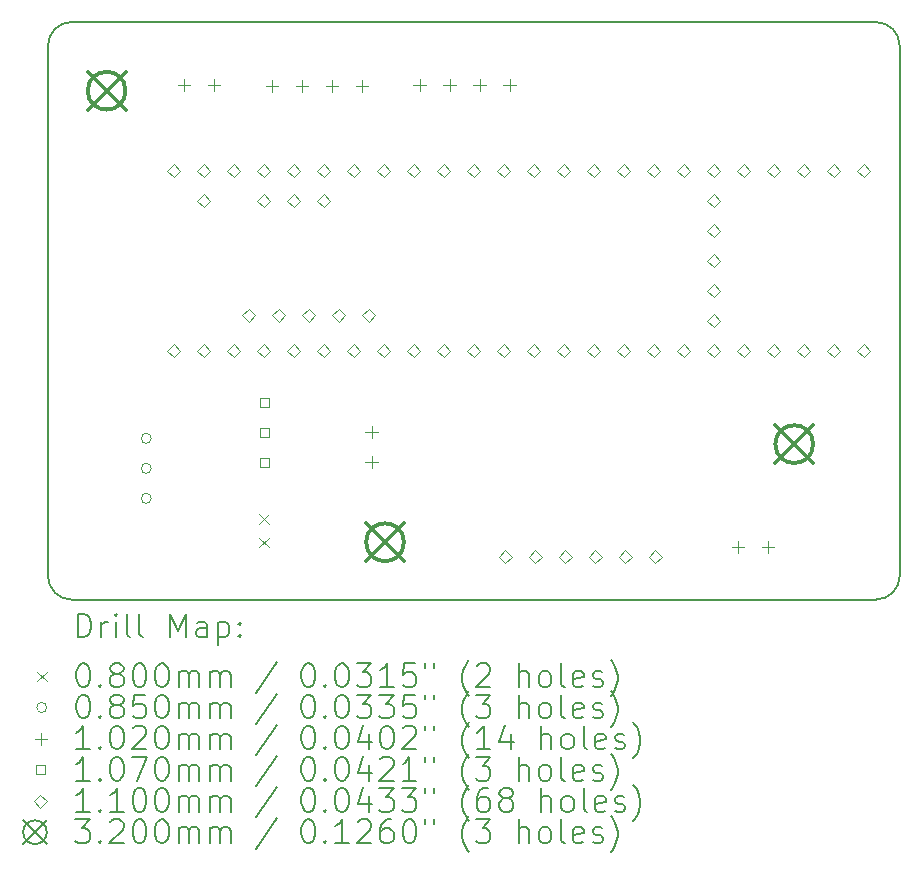
<source format=gbr>
%TF.GenerationSoftware,KiCad,Pcbnew,8.0.2*%
%TF.CreationDate,2024-06-16T16:36:40+02:00*%
%TF.ProjectId,Screen Control,53637265-656e-4204-936f-6e74726f6c2e,rev?*%
%TF.SameCoordinates,Original*%
%TF.FileFunction,Drillmap*%
%TF.FilePolarity,Positive*%
%FSLAX45Y45*%
G04 Gerber Fmt 4.5, Leading zero omitted, Abs format (unit mm)*
G04 Created by KiCad (PCBNEW 8.0.2) date 2024-06-16 16:36:40*
%MOMM*%
%LPD*%
G01*
G04 APERTURE LIST*
%ADD10C,0.200000*%
%ADD11C,0.100000*%
%ADD12C,0.102000*%
%ADD13C,0.107000*%
%ADD14C,0.110000*%
%ADD15C,0.320000*%
G04 APERTURE END LIST*
D10*
X11123930Y-10323220D02*
X11123930Y-5833720D01*
X18134990Y-5633720D02*
G75*
G02*
X18334990Y-5833720I0J-200000D01*
G01*
X11323930Y-5633720D02*
X18134990Y-5633720D01*
X18134990Y-10523220D02*
X11323930Y-10523220D01*
X11123930Y-5833720D02*
G75*
G02*
X11323930Y-5633720I200000J0D01*
G01*
X11323930Y-10523220D02*
G75*
G02*
X11123930Y-10323220I0J200000D01*
G01*
X18334990Y-10323220D02*
G75*
G02*
X18134990Y-10523220I-200000J0D01*
G01*
X18334990Y-5833720D02*
X18334990Y-10323220D01*
D11*
X12914000Y-9802500D02*
X12994000Y-9882500D01*
X12994000Y-9802500D02*
X12914000Y-9882500D01*
X12914000Y-10002500D02*
X12994000Y-10082500D01*
X12994000Y-10002500D02*
X12914000Y-10082500D01*
X11998660Y-9158820D02*
G75*
G02*
X11913660Y-9158820I-42500J0D01*
G01*
X11913660Y-9158820D02*
G75*
G02*
X11998660Y-9158820I42500J0D01*
G01*
X11998660Y-9412820D02*
G75*
G02*
X11913660Y-9412820I-42500J0D01*
G01*
X11913660Y-9412820D02*
G75*
G02*
X11998660Y-9412820I42500J0D01*
G01*
X11998660Y-9666820D02*
G75*
G02*
X11913660Y-9666820I-42500J0D01*
G01*
X11913660Y-9666820D02*
G75*
G02*
X11998660Y-9666820I42500J0D01*
G01*
D12*
X12275820Y-6113580D02*
X12275820Y-6215580D01*
X12224820Y-6164580D02*
X12326820Y-6164580D01*
X12529820Y-6113580D02*
X12529820Y-6215580D01*
X12478820Y-6164580D02*
X12580820Y-6164580D01*
X13017500Y-6123740D02*
X13017500Y-6225740D01*
X12966500Y-6174740D02*
X13068500Y-6174740D01*
X13271500Y-6123740D02*
X13271500Y-6225740D01*
X13220500Y-6174740D02*
X13322500Y-6174740D01*
X13525500Y-6123740D02*
X13525500Y-6225740D01*
X13474500Y-6174740D02*
X13576500Y-6174740D01*
X13779500Y-6123740D02*
X13779500Y-6225740D01*
X13728500Y-6174740D02*
X13830500Y-6174740D01*
X13863320Y-9057440D02*
X13863320Y-9159440D01*
X13812320Y-9108440D02*
X13914320Y-9108440D01*
X13863320Y-9311440D02*
X13863320Y-9413440D01*
X13812320Y-9362440D02*
X13914320Y-9362440D01*
X14269720Y-6113580D02*
X14269720Y-6215580D01*
X14218720Y-6164580D02*
X14320720Y-6164580D01*
X14523720Y-6113580D02*
X14523720Y-6215580D01*
X14472720Y-6164580D02*
X14574720Y-6164580D01*
X14777720Y-6113580D02*
X14777720Y-6215580D01*
X14726720Y-6164580D02*
X14828720Y-6164580D01*
X15031720Y-6113580D02*
X15031720Y-6215580D01*
X14980720Y-6164580D02*
X15082720Y-6164580D01*
X16967200Y-10025180D02*
X16967200Y-10127180D01*
X16916200Y-10076180D02*
X17018200Y-10076180D01*
X17221200Y-10025180D02*
X17221200Y-10127180D01*
X17170200Y-10076180D02*
X17272200Y-10076180D01*
D13*
X12996911Y-8892271D02*
X12996911Y-8816609D01*
X12921249Y-8816609D01*
X12921249Y-8892271D01*
X12996911Y-8892271D01*
X12996911Y-9146271D02*
X12996911Y-9070609D01*
X12921249Y-9070609D01*
X12921249Y-9146271D01*
X12996911Y-9146271D01*
X12996911Y-9400271D02*
X12996911Y-9324609D01*
X12921249Y-9324609D01*
X12921249Y-9400271D01*
X12996911Y-9400271D01*
D14*
X12190858Y-6948000D02*
X12245858Y-6893000D01*
X12190858Y-6838000D01*
X12135858Y-6893000D01*
X12190858Y-6948000D01*
X12190858Y-8472000D02*
X12245858Y-8417000D01*
X12190858Y-8362000D01*
X12135858Y-8417000D01*
X12190858Y-8472000D01*
X12444858Y-6948000D02*
X12499858Y-6893000D01*
X12444858Y-6838000D01*
X12389858Y-6893000D01*
X12444858Y-6948000D01*
X12444858Y-7202000D02*
X12499858Y-7147000D01*
X12444858Y-7092000D01*
X12389858Y-7147000D01*
X12444858Y-7202000D01*
X12444858Y-8472000D02*
X12499858Y-8417000D01*
X12444858Y-8362000D01*
X12389858Y-8417000D01*
X12444858Y-8472000D01*
X12698858Y-6948000D02*
X12753858Y-6893000D01*
X12698858Y-6838000D01*
X12643858Y-6893000D01*
X12698858Y-6948000D01*
X12698858Y-8472000D02*
X12753858Y-8417000D01*
X12698858Y-8362000D01*
X12643858Y-8417000D01*
X12698858Y-8472000D01*
X12825858Y-8172000D02*
X12880858Y-8117000D01*
X12825858Y-8062000D01*
X12770858Y-8117000D01*
X12825858Y-8172000D01*
X12952858Y-6948000D02*
X13007858Y-6893000D01*
X12952858Y-6838000D01*
X12897858Y-6893000D01*
X12952858Y-6948000D01*
X12952858Y-7202000D02*
X13007858Y-7147000D01*
X12952858Y-7092000D01*
X12897858Y-7147000D01*
X12952858Y-7202000D01*
X12952858Y-8472000D02*
X13007858Y-8417000D01*
X12952858Y-8362000D01*
X12897858Y-8417000D01*
X12952858Y-8472000D01*
X13079858Y-8172000D02*
X13134858Y-8117000D01*
X13079858Y-8062000D01*
X13024858Y-8117000D01*
X13079858Y-8172000D01*
X13206858Y-6948000D02*
X13261858Y-6893000D01*
X13206858Y-6838000D01*
X13151858Y-6893000D01*
X13206858Y-6948000D01*
X13206858Y-7202000D02*
X13261858Y-7147000D01*
X13206858Y-7092000D01*
X13151858Y-7147000D01*
X13206858Y-7202000D01*
X13206858Y-8472000D02*
X13261858Y-8417000D01*
X13206858Y-8362000D01*
X13151858Y-8417000D01*
X13206858Y-8472000D01*
X13333858Y-8172000D02*
X13388858Y-8117000D01*
X13333858Y-8062000D01*
X13278858Y-8117000D01*
X13333858Y-8172000D01*
X13460858Y-6948000D02*
X13515858Y-6893000D01*
X13460858Y-6838000D01*
X13405858Y-6893000D01*
X13460858Y-6948000D01*
X13460858Y-7202000D02*
X13515858Y-7147000D01*
X13460858Y-7092000D01*
X13405858Y-7147000D01*
X13460858Y-7202000D01*
X13460858Y-8472000D02*
X13515858Y-8417000D01*
X13460858Y-8362000D01*
X13405858Y-8417000D01*
X13460858Y-8472000D01*
X13587858Y-8172000D02*
X13642858Y-8117000D01*
X13587858Y-8062000D01*
X13532858Y-8117000D01*
X13587858Y-8172000D01*
X13714858Y-6948000D02*
X13769858Y-6893000D01*
X13714858Y-6838000D01*
X13659858Y-6893000D01*
X13714858Y-6948000D01*
X13714858Y-8472000D02*
X13769858Y-8417000D01*
X13714858Y-8362000D01*
X13659858Y-8417000D01*
X13714858Y-8472000D01*
X13841858Y-8172000D02*
X13896858Y-8117000D01*
X13841858Y-8062000D01*
X13786858Y-8117000D01*
X13841858Y-8172000D01*
X13968858Y-6948000D02*
X14023858Y-6893000D01*
X13968858Y-6838000D01*
X13913858Y-6893000D01*
X13968858Y-6948000D01*
X13968858Y-8472000D02*
X14023858Y-8417000D01*
X13968858Y-8362000D01*
X13913858Y-8417000D01*
X13968858Y-8472000D01*
X14222858Y-6948000D02*
X14277858Y-6893000D01*
X14222858Y-6838000D01*
X14167858Y-6893000D01*
X14222858Y-6948000D01*
X14222858Y-8472000D02*
X14277858Y-8417000D01*
X14222858Y-8362000D01*
X14167858Y-8417000D01*
X14222858Y-8472000D01*
X14476858Y-6948000D02*
X14531858Y-6893000D01*
X14476858Y-6838000D01*
X14421858Y-6893000D01*
X14476858Y-6948000D01*
X14476858Y-8472000D02*
X14531858Y-8417000D01*
X14476858Y-8362000D01*
X14421858Y-8417000D01*
X14476858Y-8472000D01*
X14730858Y-6948000D02*
X14785858Y-6893000D01*
X14730858Y-6838000D01*
X14675858Y-6893000D01*
X14730858Y-6948000D01*
X14730858Y-8472000D02*
X14785858Y-8417000D01*
X14730858Y-8362000D01*
X14675858Y-8417000D01*
X14730858Y-8472000D01*
X14984858Y-6948000D02*
X15039858Y-6893000D01*
X14984858Y-6838000D01*
X14929858Y-6893000D01*
X14984858Y-6948000D01*
X14984858Y-8472000D02*
X15039858Y-8417000D01*
X14984858Y-8362000D01*
X14929858Y-8417000D01*
X14984858Y-8472000D01*
X14993620Y-10217540D02*
X15048620Y-10162540D01*
X14993620Y-10107540D01*
X14938620Y-10162540D01*
X14993620Y-10217540D01*
X15238858Y-6948000D02*
X15293858Y-6893000D01*
X15238858Y-6838000D01*
X15183858Y-6893000D01*
X15238858Y-6948000D01*
X15238858Y-8472000D02*
X15293858Y-8417000D01*
X15238858Y-8362000D01*
X15183858Y-8417000D01*
X15238858Y-8472000D01*
X15247620Y-10217540D02*
X15302620Y-10162540D01*
X15247620Y-10107540D01*
X15192620Y-10162540D01*
X15247620Y-10217540D01*
X15492858Y-6948000D02*
X15547858Y-6893000D01*
X15492858Y-6838000D01*
X15437858Y-6893000D01*
X15492858Y-6948000D01*
X15492858Y-8472000D02*
X15547858Y-8417000D01*
X15492858Y-8362000D01*
X15437858Y-8417000D01*
X15492858Y-8472000D01*
X15501620Y-10217540D02*
X15556620Y-10162540D01*
X15501620Y-10107540D01*
X15446620Y-10162540D01*
X15501620Y-10217540D01*
X15746858Y-6948000D02*
X15801858Y-6893000D01*
X15746858Y-6838000D01*
X15691858Y-6893000D01*
X15746858Y-6948000D01*
X15746858Y-8472000D02*
X15801858Y-8417000D01*
X15746858Y-8362000D01*
X15691858Y-8417000D01*
X15746858Y-8472000D01*
X15755620Y-10217540D02*
X15810620Y-10162540D01*
X15755620Y-10107540D01*
X15700620Y-10162540D01*
X15755620Y-10217540D01*
X16000858Y-6948000D02*
X16055858Y-6893000D01*
X16000858Y-6838000D01*
X15945858Y-6893000D01*
X16000858Y-6948000D01*
X16000858Y-8472000D02*
X16055858Y-8417000D01*
X16000858Y-8362000D01*
X15945858Y-8417000D01*
X16000858Y-8472000D01*
X16009620Y-10217540D02*
X16064620Y-10162540D01*
X16009620Y-10107540D01*
X15954620Y-10162540D01*
X16009620Y-10217540D01*
X16254858Y-6948000D02*
X16309858Y-6893000D01*
X16254858Y-6838000D01*
X16199858Y-6893000D01*
X16254858Y-6948000D01*
X16254858Y-8472000D02*
X16309858Y-8417000D01*
X16254858Y-8362000D01*
X16199858Y-8417000D01*
X16254858Y-8472000D01*
X16263620Y-10217540D02*
X16318620Y-10162540D01*
X16263620Y-10107540D01*
X16208620Y-10162540D01*
X16263620Y-10217540D01*
X16508858Y-6948000D02*
X16563858Y-6893000D01*
X16508858Y-6838000D01*
X16453858Y-6893000D01*
X16508858Y-6948000D01*
X16508858Y-8472000D02*
X16563858Y-8417000D01*
X16508858Y-8362000D01*
X16453858Y-8417000D01*
X16508858Y-8472000D01*
X16762858Y-6948000D02*
X16817858Y-6893000D01*
X16762858Y-6838000D01*
X16707858Y-6893000D01*
X16762858Y-6948000D01*
X16762858Y-7202000D02*
X16817858Y-7147000D01*
X16762858Y-7092000D01*
X16707858Y-7147000D01*
X16762858Y-7202000D01*
X16762858Y-7456000D02*
X16817858Y-7401000D01*
X16762858Y-7346000D01*
X16707858Y-7401000D01*
X16762858Y-7456000D01*
X16762858Y-7710000D02*
X16817858Y-7655000D01*
X16762858Y-7600000D01*
X16707858Y-7655000D01*
X16762858Y-7710000D01*
X16762858Y-7964000D02*
X16817858Y-7909000D01*
X16762858Y-7854000D01*
X16707858Y-7909000D01*
X16762858Y-7964000D01*
X16762858Y-8218000D02*
X16817858Y-8163000D01*
X16762858Y-8108000D01*
X16707858Y-8163000D01*
X16762858Y-8218000D01*
X16762858Y-8472000D02*
X16817858Y-8417000D01*
X16762858Y-8362000D01*
X16707858Y-8417000D01*
X16762858Y-8472000D01*
X17016858Y-6948000D02*
X17071858Y-6893000D01*
X17016858Y-6838000D01*
X16961858Y-6893000D01*
X17016858Y-6948000D01*
X17016858Y-8472000D02*
X17071858Y-8417000D01*
X17016858Y-8362000D01*
X16961858Y-8417000D01*
X17016858Y-8472000D01*
X17270858Y-6948000D02*
X17325858Y-6893000D01*
X17270858Y-6838000D01*
X17215858Y-6893000D01*
X17270858Y-6948000D01*
X17270858Y-8472000D02*
X17325858Y-8417000D01*
X17270858Y-8362000D01*
X17215858Y-8417000D01*
X17270858Y-8472000D01*
X17524858Y-6948000D02*
X17579858Y-6893000D01*
X17524858Y-6838000D01*
X17469858Y-6893000D01*
X17524858Y-6948000D01*
X17524858Y-8472000D02*
X17579858Y-8417000D01*
X17524858Y-8362000D01*
X17469858Y-8417000D01*
X17524858Y-8472000D01*
X17778858Y-6948000D02*
X17833858Y-6893000D01*
X17778858Y-6838000D01*
X17723858Y-6893000D01*
X17778858Y-6948000D01*
X17778858Y-8472000D02*
X17833858Y-8417000D01*
X17778858Y-8362000D01*
X17723858Y-8417000D01*
X17778858Y-8472000D01*
X18032858Y-6948000D02*
X18087858Y-6893000D01*
X18032858Y-6838000D01*
X17977858Y-6893000D01*
X18032858Y-6948000D01*
X18032858Y-8472000D02*
X18087858Y-8417000D01*
X18032858Y-8362000D01*
X17977858Y-8417000D01*
X18032858Y-8472000D01*
D15*
X11460500Y-6055380D02*
X11780500Y-6375380D01*
X11780500Y-6055380D02*
X11460500Y-6375380D01*
X11780500Y-6215380D02*
G75*
G02*
X11460500Y-6215380I-160000J0D01*
G01*
X11460500Y-6215380D02*
G75*
G02*
X11780500Y-6215380I160000J0D01*
G01*
X13817620Y-9878080D02*
X14137620Y-10198080D01*
X14137620Y-9878080D02*
X13817620Y-10198080D01*
X14137620Y-10038080D02*
G75*
G02*
X13817620Y-10038080I-160000J0D01*
G01*
X13817620Y-10038080D02*
G75*
G02*
X14137620Y-10038080I160000J0D01*
G01*
X17282180Y-9047500D02*
X17602180Y-9367500D01*
X17602180Y-9047500D02*
X17282180Y-9367500D01*
X17602180Y-9207500D02*
G75*
G02*
X17282180Y-9207500I-160000J0D01*
G01*
X17282180Y-9207500D02*
G75*
G02*
X17602180Y-9207500I160000J0D01*
G01*
D10*
X11374707Y-10844704D02*
X11374707Y-10644704D01*
X11374707Y-10644704D02*
X11422326Y-10644704D01*
X11422326Y-10644704D02*
X11450897Y-10654228D01*
X11450897Y-10654228D02*
X11469945Y-10673275D01*
X11469945Y-10673275D02*
X11479469Y-10692323D01*
X11479469Y-10692323D02*
X11488992Y-10730418D01*
X11488992Y-10730418D02*
X11488992Y-10758990D01*
X11488992Y-10758990D02*
X11479469Y-10797085D01*
X11479469Y-10797085D02*
X11469945Y-10816132D01*
X11469945Y-10816132D02*
X11450897Y-10835180D01*
X11450897Y-10835180D02*
X11422326Y-10844704D01*
X11422326Y-10844704D02*
X11374707Y-10844704D01*
X11574707Y-10844704D02*
X11574707Y-10711370D01*
X11574707Y-10749466D02*
X11584231Y-10730418D01*
X11584231Y-10730418D02*
X11593754Y-10720894D01*
X11593754Y-10720894D02*
X11612802Y-10711370D01*
X11612802Y-10711370D02*
X11631850Y-10711370D01*
X11698516Y-10844704D02*
X11698516Y-10711370D01*
X11698516Y-10644704D02*
X11688992Y-10654228D01*
X11688992Y-10654228D02*
X11698516Y-10663751D01*
X11698516Y-10663751D02*
X11708040Y-10654228D01*
X11708040Y-10654228D02*
X11698516Y-10644704D01*
X11698516Y-10644704D02*
X11698516Y-10663751D01*
X11822326Y-10844704D02*
X11803278Y-10835180D01*
X11803278Y-10835180D02*
X11793754Y-10816132D01*
X11793754Y-10816132D02*
X11793754Y-10644704D01*
X11927088Y-10844704D02*
X11908040Y-10835180D01*
X11908040Y-10835180D02*
X11898516Y-10816132D01*
X11898516Y-10816132D02*
X11898516Y-10644704D01*
X12155659Y-10844704D02*
X12155659Y-10644704D01*
X12155659Y-10644704D02*
X12222326Y-10787561D01*
X12222326Y-10787561D02*
X12288992Y-10644704D01*
X12288992Y-10644704D02*
X12288992Y-10844704D01*
X12469945Y-10844704D02*
X12469945Y-10739942D01*
X12469945Y-10739942D02*
X12460421Y-10720894D01*
X12460421Y-10720894D02*
X12441373Y-10711370D01*
X12441373Y-10711370D02*
X12403278Y-10711370D01*
X12403278Y-10711370D02*
X12384231Y-10720894D01*
X12469945Y-10835180D02*
X12450897Y-10844704D01*
X12450897Y-10844704D02*
X12403278Y-10844704D01*
X12403278Y-10844704D02*
X12384231Y-10835180D01*
X12384231Y-10835180D02*
X12374707Y-10816132D01*
X12374707Y-10816132D02*
X12374707Y-10797085D01*
X12374707Y-10797085D02*
X12384231Y-10778037D01*
X12384231Y-10778037D02*
X12403278Y-10768513D01*
X12403278Y-10768513D02*
X12450897Y-10768513D01*
X12450897Y-10768513D02*
X12469945Y-10758990D01*
X12565183Y-10711370D02*
X12565183Y-10911370D01*
X12565183Y-10720894D02*
X12584231Y-10711370D01*
X12584231Y-10711370D02*
X12622326Y-10711370D01*
X12622326Y-10711370D02*
X12641373Y-10720894D01*
X12641373Y-10720894D02*
X12650897Y-10730418D01*
X12650897Y-10730418D02*
X12660421Y-10749466D01*
X12660421Y-10749466D02*
X12660421Y-10806609D01*
X12660421Y-10806609D02*
X12650897Y-10825656D01*
X12650897Y-10825656D02*
X12641373Y-10835180D01*
X12641373Y-10835180D02*
X12622326Y-10844704D01*
X12622326Y-10844704D02*
X12584231Y-10844704D01*
X12584231Y-10844704D02*
X12565183Y-10835180D01*
X12746135Y-10825656D02*
X12755659Y-10835180D01*
X12755659Y-10835180D02*
X12746135Y-10844704D01*
X12746135Y-10844704D02*
X12736612Y-10835180D01*
X12736612Y-10835180D02*
X12746135Y-10825656D01*
X12746135Y-10825656D02*
X12746135Y-10844704D01*
X12746135Y-10720894D02*
X12755659Y-10730418D01*
X12755659Y-10730418D02*
X12746135Y-10739942D01*
X12746135Y-10739942D02*
X12736612Y-10730418D01*
X12736612Y-10730418D02*
X12746135Y-10720894D01*
X12746135Y-10720894D02*
X12746135Y-10739942D01*
D11*
X11033930Y-11133220D02*
X11113930Y-11213220D01*
X11113930Y-11133220D02*
X11033930Y-11213220D01*
D10*
X11412802Y-11064704D02*
X11431850Y-11064704D01*
X11431850Y-11064704D02*
X11450897Y-11074228D01*
X11450897Y-11074228D02*
X11460421Y-11083751D01*
X11460421Y-11083751D02*
X11469945Y-11102799D01*
X11469945Y-11102799D02*
X11479469Y-11140894D01*
X11479469Y-11140894D02*
X11479469Y-11188513D01*
X11479469Y-11188513D02*
X11469945Y-11226608D01*
X11469945Y-11226608D02*
X11460421Y-11245656D01*
X11460421Y-11245656D02*
X11450897Y-11255180D01*
X11450897Y-11255180D02*
X11431850Y-11264704D01*
X11431850Y-11264704D02*
X11412802Y-11264704D01*
X11412802Y-11264704D02*
X11393754Y-11255180D01*
X11393754Y-11255180D02*
X11384231Y-11245656D01*
X11384231Y-11245656D02*
X11374707Y-11226608D01*
X11374707Y-11226608D02*
X11365183Y-11188513D01*
X11365183Y-11188513D02*
X11365183Y-11140894D01*
X11365183Y-11140894D02*
X11374707Y-11102799D01*
X11374707Y-11102799D02*
X11384231Y-11083751D01*
X11384231Y-11083751D02*
X11393754Y-11074228D01*
X11393754Y-11074228D02*
X11412802Y-11064704D01*
X11565183Y-11245656D02*
X11574707Y-11255180D01*
X11574707Y-11255180D02*
X11565183Y-11264704D01*
X11565183Y-11264704D02*
X11555659Y-11255180D01*
X11555659Y-11255180D02*
X11565183Y-11245656D01*
X11565183Y-11245656D02*
X11565183Y-11264704D01*
X11688992Y-11150418D02*
X11669945Y-11140894D01*
X11669945Y-11140894D02*
X11660421Y-11131370D01*
X11660421Y-11131370D02*
X11650897Y-11112323D01*
X11650897Y-11112323D02*
X11650897Y-11102799D01*
X11650897Y-11102799D02*
X11660421Y-11083751D01*
X11660421Y-11083751D02*
X11669945Y-11074228D01*
X11669945Y-11074228D02*
X11688992Y-11064704D01*
X11688992Y-11064704D02*
X11727088Y-11064704D01*
X11727088Y-11064704D02*
X11746135Y-11074228D01*
X11746135Y-11074228D02*
X11755659Y-11083751D01*
X11755659Y-11083751D02*
X11765183Y-11102799D01*
X11765183Y-11102799D02*
X11765183Y-11112323D01*
X11765183Y-11112323D02*
X11755659Y-11131370D01*
X11755659Y-11131370D02*
X11746135Y-11140894D01*
X11746135Y-11140894D02*
X11727088Y-11150418D01*
X11727088Y-11150418D02*
X11688992Y-11150418D01*
X11688992Y-11150418D02*
X11669945Y-11159942D01*
X11669945Y-11159942D02*
X11660421Y-11169466D01*
X11660421Y-11169466D02*
X11650897Y-11188513D01*
X11650897Y-11188513D02*
X11650897Y-11226608D01*
X11650897Y-11226608D02*
X11660421Y-11245656D01*
X11660421Y-11245656D02*
X11669945Y-11255180D01*
X11669945Y-11255180D02*
X11688992Y-11264704D01*
X11688992Y-11264704D02*
X11727088Y-11264704D01*
X11727088Y-11264704D02*
X11746135Y-11255180D01*
X11746135Y-11255180D02*
X11755659Y-11245656D01*
X11755659Y-11245656D02*
X11765183Y-11226608D01*
X11765183Y-11226608D02*
X11765183Y-11188513D01*
X11765183Y-11188513D02*
X11755659Y-11169466D01*
X11755659Y-11169466D02*
X11746135Y-11159942D01*
X11746135Y-11159942D02*
X11727088Y-11150418D01*
X11888992Y-11064704D02*
X11908040Y-11064704D01*
X11908040Y-11064704D02*
X11927088Y-11074228D01*
X11927088Y-11074228D02*
X11936612Y-11083751D01*
X11936612Y-11083751D02*
X11946135Y-11102799D01*
X11946135Y-11102799D02*
X11955659Y-11140894D01*
X11955659Y-11140894D02*
X11955659Y-11188513D01*
X11955659Y-11188513D02*
X11946135Y-11226608D01*
X11946135Y-11226608D02*
X11936612Y-11245656D01*
X11936612Y-11245656D02*
X11927088Y-11255180D01*
X11927088Y-11255180D02*
X11908040Y-11264704D01*
X11908040Y-11264704D02*
X11888992Y-11264704D01*
X11888992Y-11264704D02*
X11869945Y-11255180D01*
X11869945Y-11255180D02*
X11860421Y-11245656D01*
X11860421Y-11245656D02*
X11850897Y-11226608D01*
X11850897Y-11226608D02*
X11841373Y-11188513D01*
X11841373Y-11188513D02*
X11841373Y-11140894D01*
X11841373Y-11140894D02*
X11850897Y-11102799D01*
X11850897Y-11102799D02*
X11860421Y-11083751D01*
X11860421Y-11083751D02*
X11869945Y-11074228D01*
X11869945Y-11074228D02*
X11888992Y-11064704D01*
X12079469Y-11064704D02*
X12098516Y-11064704D01*
X12098516Y-11064704D02*
X12117564Y-11074228D01*
X12117564Y-11074228D02*
X12127088Y-11083751D01*
X12127088Y-11083751D02*
X12136612Y-11102799D01*
X12136612Y-11102799D02*
X12146135Y-11140894D01*
X12146135Y-11140894D02*
X12146135Y-11188513D01*
X12146135Y-11188513D02*
X12136612Y-11226608D01*
X12136612Y-11226608D02*
X12127088Y-11245656D01*
X12127088Y-11245656D02*
X12117564Y-11255180D01*
X12117564Y-11255180D02*
X12098516Y-11264704D01*
X12098516Y-11264704D02*
X12079469Y-11264704D01*
X12079469Y-11264704D02*
X12060421Y-11255180D01*
X12060421Y-11255180D02*
X12050897Y-11245656D01*
X12050897Y-11245656D02*
X12041373Y-11226608D01*
X12041373Y-11226608D02*
X12031850Y-11188513D01*
X12031850Y-11188513D02*
X12031850Y-11140894D01*
X12031850Y-11140894D02*
X12041373Y-11102799D01*
X12041373Y-11102799D02*
X12050897Y-11083751D01*
X12050897Y-11083751D02*
X12060421Y-11074228D01*
X12060421Y-11074228D02*
X12079469Y-11064704D01*
X12231850Y-11264704D02*
X12231850Y-11131370D01*
X12231850Y-11150418D02*
X12241373Y-11140894D01*
X12241373Y-11140894D02*
X12260421Y-11131370D01*
X12260421Y-11131370D02*
X12288993Y-11131370D01*
X12288993Y-11131370D02*
X12308040Y-11140894D01*
X12308040Y-11140894D02*
X12317564Y-11159942D01*
X12317564Y-11159942D02*
X12317564Y-11264704D01*
X12317564Y-11159942D02*
X12327088Y-11140894D01*
X12327088Y-11140894D02*
X12346135Y-11131370D01*
X12346135Y-11131370D02*
X12374707Y-11131370D01*
X12374707Y-11131370D02*
X12393754Y-11140894D01*
X12393754Y-11140894D02*
X12403278Y-11159942D01*
X12403278Y-11159942D02*
X12403278Y-11264704D01*
X12498516Y-11264704D02*
X12498516Y-11131370D01*
X12498516Y-11150418D02*
X12508040Y-11140894D01*
X12508040Y-11140894D02*
X12527088Y-11131370D01*
X12527088Y-11131370D02*
X12555659Y-11131370D01*
X12555659Y-11131370D02*
X12574707Y-11140894D01*
X12574707Y-11140894D02*
X12584231Y-11159942D01*
X12584231Y-11159942D02*
X12584231Y-11264704D01*
X12584231Y-11159942D02*
X12593754Y-11140894D01*
X12593754Y-11140894D02*
X12612802Y-11131370D01*
X12612802Y-11131370D02*
X12641373Y-11131370D01*
X12641373Y-11131370D02*
X12660421Y-11140894D01*
X12660421Y-11140894D02*
X12669945Y-11159942D01*
X12669945Y-11159942D02*
X12669945Y-11264704D01*
X13060421Y-11055180D02*
X12888993Y-11312323D01*
X13317564Y-11064704D02*
X13336612Y-11064704D01*
X13336612Y-11064704D02*
X13355659Y-11074228D01*
X13355659Y-11074228D02*
X13365183Y-11083751D01*
X13365183Y-11083751D02*
X13374707Y-11102799D01*
X13374707Y-11102799D02*
X13384231Y-11140894D01*
X13384231Y-11140894D02*
X13384231Y-11188513D01*
X13384231Y-11188513D02*
X13374707Y-11226608D01*
X13374707Y-11226608D02*
X13365183Y-11245656D01*
X13365183Y-11245656D02*
X13355659Y-11255180D01*
X13355659Y-11255180D02*
X13336612Y-11264704D01*
X13336612Y-11264704D02*
X13317564Y-11264704D01*
X13317564Y-11264704D02*
X13298516Y-11255180D01*
X13298516Y-11255180D02*
X13288993Y-11245656D01*
X13288993Y-11245656D02*
X13279469Y-11226608D01*
X13279469Y-11226608D02*
X13269945Y-11188513D01*
X13269945Y-11188513D02*
X13269945Y-11140894D01*
X13269945Y-11140894D02*
X13279469Y-11102799D01*
X13279469Y-11102799D02*
X13288993Y-11083751D01*
X13288993Y-11083751D02*
X13298516Y-11074228D01*
X13298516Y-11074228D02*
X13317564Y-11064704D01*
X13469945Y-11245656D02*
X13479469Y-11255180D01*
X13479469Y-11255180D02*
X13469945Y-11264704D01*
X13469945Y-11264704D02*
X13460421Y-11255180D01*
X13460421Y-11255180D02*
X13469945Y-11245656D01*
X13469945Y-11245656D02*
X13469945Y-11264704D01*
X13603278Y-11064704D02*
X13622326Y-11064704D01*
X13622326Y-11064704D02*
X13641374Y-11074228D01*
X13641374Y-11074228D02*
X13650897Y-11083751D01*
X13650897Y-11083751D02*
X13660421Y-11102799D01*
X13660421Y-11102799D02*
X13669945Y-11140894D01*
X13669945Y-11140894D02*
X13669945Y-11188513D01*
X13669945Y-11188513D02*
X13660421Y-11226608D01*
X13660421Y-11226608D02*
X13650897Y-11245656D01*
X13650897Y-11245656D02*
X13641374Y-11255180D01*
X13641374Y-11255180D02*
X13622326Y-11264704D01*
X13622326Y-11264704D02*
X13603278Y-11264704D01*
X13603278Y-11264704D02*
X13584231Y-11255180D01*
X13584231Y-11255180D02*
X13574707Y-11245656D01*
X13574707Y-11245656D02*
X13565183Y-11226608D01*
X13565183Y-11226608D02*
X13555659Y-11188513D01*
X13555659Y-11188513D02*
X13555659Y-11140894D01*
X13555659Y-11140894D02*
X13565183Y-11102799D01*
X13565183Y-11102799D02*
X13574707Y-11083751D01*
X13574707Y-11083751D02*
X13584231Y-11074228D01*
X13584231Y-11074228D02*
X13603278Y-11064704D01*
X13736612Y-11064704D02*
X13860421Y-11064704D01*
X13860421Y-11064704D02*
X13793755Y-11140894D01*
X13793755Y-11140894D02*
X13822326Y-11140894D01*
X13822326Y-11140894D02*
X13841374Y-11150418D01*
X13841374Y-11150418D02*
X13850897Y-11159942D01*
X13850897Y-11159942D02*
X13860421Y-11178990D01*
X13860421Y-11178990D02*
X13860421Y-11226608D01*
X13860421Y-11226608D02*
X13850897Y-11245656D01*
X13850897Y-11245656D02*
X13841374Y-11255180D01*
X13841374Y-11255180D02*
X13822326Y-11264704D01*
X13822326Y-11264704D02*
X13765183Y-11264704D01*
X13765183Y-11264704D02*
X13746136Y-11255180D01*
X13746136Y-11255180D02*
X13736612Y-11245656D01*
X14050897Y-11264704D02*
X13936612Y-11264704D01*
X13993755Y-11264704D02*
X13993755Y-11064704D01*
X13993755Y-11064704D02*
X13974707Y-11093275D01*
X13974707Y-11093275D02*
X13955659Y-11112323D01*
X13955659Y-11112323D02*
X13936612Y-11121847D01*
X14231850Y-11064704D02*
X14136612Y-11064704D01*
X14136612Y-11064704D02*
X14127088Y-11159942D01*
X14127088Y-11159942D02*
X14136612Y-11150418D01*
X14136612Y-11150418D02*
X14155659Y-11140894D01*
X14155659Y-11140894D02*
X14203278Y-11140894D01*
X14203278Y-11140894D02*
X14222326Y-11150418D01*
X14222326Y-11150418D02*
X14231850Y-11159942D01*
X14231850Y-11159942D02*
X14241374Y-11178990D01*
X14241374Y-11178990D02*
X14241374Y-11226608D01*
X14241374Y-11226608D02*
X14231850Y-11245656D01*
X14231850Y-11245656D02*
X14222326Y-11255180D01*
X14222326Y-11255180D02*
X14203278Y-11264704D01*
X14203278Y-11264704D02*
X14155659Y-11264704D01*
X14155659Y-11264704D02*
X14136612Y-11255180D01*
X14136612Y-11255180D02*
X14127088Y-11245656D01*
X14317564Y-11064704D02*
X14317564Y-11102799D01*
X14393755Y-11064704D02*
X14393755Y-11102799D01*
X14688993Y-11340894D02*
X14679469Y-11331370D01*
X14679469Y-11331370D02*
X14660421Y-11302799D01*
X14660421Y-11302799D02*
X14650898Y-11283751D01*
X14650898Y-11283751D02*
X14641374Y-11255180D01*
X14641374Y-11255180D02*
X14631850Y-11207561D01*
X14631850Y-11207561D02*
X14631850Y-11169466D01*
X14631850Y-11169466D02*
X14641374Y-11121847D01*
X14641374Y-11121847D02*
X14650898Y-11093275D01*
X14650898Y-11093275D02*
X14660421Y-11074228D01*
X14660421Y-11074228D02*
X14679469Y-11045656D01*
X14679469Y-11045656D02*
X14688993Y-11036132D01*
X14755659Y-11083751D02*
X14765183Y-11074228D01*
X14765183Y-11074228D02*
X14784231Y-11064704D01*
X14784231Y-11064704D02*
X14831850Y-11064704D01*
X14831850Y-11064704D02*
X14850898Y-11074228D01*
X14850898Y-11074228D02*
X14860421Y-11083751D01*
X14860421Y-11083751D02*
X14869945Y-11102799D01*
X14869945Y-11102799D02*
X14869945Y-11121847D01*
X14869945Y-11121847D02*
X14860421Y-11150418D01*
X14860421Y-11150418D02*
X14746136Y-11264704D01*
X14746136Y-11264704D02*
X14869945Y-11264704D01*
X15108040Y-11264704D02*
X15108040Y-11064704D01*
X15193755Y-11264704D02*
X15193755Y-11159942D01*
X15193755Y-11159942D02*
X15184231Y-11140894D01*
X15184231Y-11140894D02*
X15165183Y-11131370D01*
X15165183Y-11131370D02*
X15136612Y-11131370D01*
X15136612Y-11131370D02*
X15117564Y-11140894D01*
X15117564Y-11140894D02*
X15108040Y-11150418D01*
X15317564Y-11264704D02*
X15298517Y-11255180D01*
X15298517Y-11255180D02*
X15288993Y-11245656D01*
X15288993Y-11245656D02*
X15279469Y-11226608D01*
X15279469Y-11226608D02*
X15279469Y-11169466D01*
X15279469Y-11169466D02*
X15288993Y-11150418D01*
X15288993Y-11150418D02*
X15298517Y-11140894D01*
X15298517Y-11140894D02*
X15317564Y-11131370D01*
X15317564Y-11131370D02*
X15346136Y-11131370D01*
X15346136Y-11131370D02*
X15365183Y-11140894D01*
X15365183Y-11140894D02*
X15374707Y-11150418D01*
X15374707Y-11150418D02*
X15384231Y-11169466D01*
X15384231Y-11169466D02*
X15384231Y-11226608D01*
X15384231Y-11226608D02*
X15374707Y-11245656D01*
X15374707Y-11245656D02*
X15365183Y-11255180D01*
X15365183Y-11255180D02*
X15346136Y-11264704D01*
X15346136Y-11264704D02*
X15317564Y-11264704D01*
X15498517Y-11264704D02*
X15479469Y-11255180D01*
X15479469Y-11255180D02*
X15469945Y-11236132D01*
X15469945Y-11236132D02*
X15469945Y-11064704D01*
X15650898Y-11255180D02*
X15631850Y-11264704D01*
X15631850Y-11264704D02*
X15593755Y-11264704D01*
X15593755Y-11264704D02*
X15574707Y-11255180D01*
X15574707Y-11255180D02*
X15565183Y-11236132D01*
X15565183Y-11236132D02*
X15565183Y-11159942D01*
X15565183Y-11159942D02*
X15574707Y-11140894D01*
X15574707Y-11140894D02*
X15593755Y-11131370D01*
X15593755Y-11131370D02*
X15631850Y-11131370D01*
X15631850Y-11131370D02*
X15650898Y-11140894D01*
X15650898Y-11140894D02*
X15660421Y-11159942D01*
X15660421Y-11159942D02*
X15660421Y-11178990D01*
X15660421Y-11178990D02*
X15565183Y-11198037D01*
X15736612Y-11255180D02*
X15755660Y-11264704D01*
X15755660Y-11264704D02*
X15793755Y-11264704D01*
X15793755Y-11264704D02*
X15812802Y-11255180D01*
X15812802Y-11255180D02*
X15822326Y-11236132D01*
X15822326Y-11236132D02*
X15822326Y-11226608D01*
X15822326Y-11226608D02*
X15812802Y-11207561D01*
X15812802Y-11207561D02*
X15793755Y-11198037D01*
X15793755Y-11198037D02*
X15765183Y-11198037D01*
X15765183Y-11198037D02*
X15746136Y-11188513D01*
X15746136Y-11188513D02*
X15736612Y-11169466D01*
X15736612Y-11169466D02*
X15736612Y-11159942D01*
X15736612Y-11159942D02*
X15746136Y-11140894D01*
X15746136Y-11140894D02*
X15765183Y-11131370D01*
X15765183Y-11131370D02*
X15793755Y-11131370D01*
X15793755Y-11131370D02*
X15812802Y-11140894D01*
X15888993Y-11340894D02*
X15898517Y-11331370D01*
X15898517Y-11331370D02*
X15917564Y-11302799D01*
X15917564Y-11302799D02*
X15927088Y-11283751D01*
X15927088Y-11283751D02*
X15936612Y-11255180D01*
X15936612Y-11255180D02*
X15946136Y-11207561D01*
X15946136Y-11207561D02*
X15946136Y-11169466D01*
X15946136Y-11169466D02*
X15936612Y-11121847D01*
X15936612Y-11121847D02*
X15927088Y-11093275D01*
X15927088Y-11093275D02*
X15917564Y-11074228D01*
X15917564Y-11074228D02*
X15898517Y-11045656D01*
X15898517Y-11045656D02*
X15888993Y-11036132D01*
D11*
X11113930Y-11437220D02*
G75*
G02*
X11028930Y-11437220I-42500J0D01*
G01*
X11028930Y-11437220D02*
G75*
G02*
X11113930Y-11437220I42500J0D01*
G01*
D10*
X11412802Y-11328704D02*
X11431850Y-11328704D01*
X11431850Y-11328704D02*
X11450897Y-11338228D01*
X11450897Y-11338228D02*
X11460421Y-11347751D01*
X11460421Y-11347751D02*
X11469945Y-11366799D01*
X11469945Y-11366799D02*
X11479469Y-11404894D01*
X11479469Y-11404894D02*
X11479469Y-11452513D01*
X11479469Y-11452513D02*
X11469945Y-11490608D01*
X11469945Y-11490608D02*
X11460421Y-11509656D01*
X11460421Y-11509656D02*
X11450897Y-11519180D01*
X11450897Y-11519180D02*
X11431850Y-11528704D01*
X11431850Y-11528704D02*
X11412802Y-11528704D01*
X11412802Y-11528704D02*
X11393754Y-11519180D01*
X11393754Y-11519180D02*
X11384231Y-11509656D01*
X11384231Y-11509656D02*
X11374707Y-11490608D01*
X11374707Y-11490608D02*
X11365183Y-11452513D01*
X11365183Y-11452513D02*
X11365183Y-11404894D01*
X11365183Y-11404894D02*
X11374707Y-11366799D01*
X11374707Y-11366799D02*
X11384231Y-11347751D01*
X11384231Y-11347751D02*
X11393754Y-11338228D01*
X11393754Y-11338228D02*
X11412802Y-11328704D01*
X11565183Y-11509656D02*
X11574707Y-11519180D01*
X11574707Y-11519180D02*
X11565183Y-11528704D01*
X11565183Y-11528704D02*
X11555659Y-11519180D01*
X11555659Y-11519180D02*
X11565183Y-11509656D01*
X11565183Y-11509656D02*
X11565183Y-11528704D01*
X11688992Y-11414418D02*
X11669945Y-11404894D01*
X11669945Y-11404894D02*
X11660421Y-11395370D01*
X11660421Y-11395370D02*
X11650897Y-11376323D01*
X11650897Y-11376323D02*
X11650897Y-11366799D01*
X11650897Y-11366799D02*
X11660421Y-11347751D01*
X11660421Y-11347751D02*
X11669945Y-11338228D01*
X11669945Y-11338228D02*
X11688992Y-11328704D01*
X11688992Y-11328704D02*
X11727088Y-11328704D01*
X11727088Y-11328704D02*
X11746135Y-11338228D01*
X11746135Y-11338228D02*
X11755659Y-11347751D01*
X11755659Y-11347751D02*
X11765183Y-11366799D01*
X11765183Y-11366799D02*
X11765183Y-11376323D01*
X11765183Y-11376323D02*
X11755659Y-11395370D01*
X11755659Y-11395370D02*
X11746135Y-11404894D01*
X11746135Y-11404894D02*
X11727088Y-11414418D01*
X11727088Y-11414418D02*
X11688992Y-11414418D01*
X11688992Y-11414418D02*
X11669945Y-11423942D01*
X11669945Y-11423942D02*
X11660421Y-11433466D01*
X11660421Y-11433466D02*
X11650897Y-11452513D01*
X11650897Y-11452513D02*
X11650897Y-11490608D01*
X11650897Y-11490608D02*
X11660421Y-11509656D01*
X11660421Y-11509656D02*
X11669945Y-11519180D01*
X11669945Y-11519180D02*
X11688992Y-11528704D01*
X11688992Y-11528704D02*
X11727088Y-11528704D01*
X11727088Y-11528704D02*
X11746135Y-11519180D01*
X11746135Y-11519180D02*
X11755659Y-11509656D01*
X11755659Y-11509656D02*
X11765183Y-11490608D01*
X11765183Y-11490608D02*
X11765183Y-11452513D01*
X11765183Y-11452513D02*
X11755659Y-11433466D01*
X11755659Y-11433466D02*
X11746135Y-11423942D01*
X11746135Y-11423942D02*
X11727088Y-11414418D01*
X11946135Y-11328704D02*
X11850897Y-11328704D01*
X11850897Y-11328704D02*
X11841373Y-11423942D01*
X11841373Y-11423942D02*
X11850897Y-11414418D01*
X11850897Y-11414418D02*
X11869945Y-11404894D01*
X11869945Y-11404894D02*
X11917564Y-11404894D01*
X11917564Y-11404894D02*
X11936612Y-11414418D01*
X11936612Y-11414418D02*
X11946135Y-11423942D01*
X11946135Y-11423942D02*
X11955659Y-11442989D01*
X11955659Y-11442989D02*
X11955659Y-11490608D01*
X11955659Y-11490608D02*
X11946135Y-11509656D01*
X11946135Y-11509656D02*
X11936612Y-11519180D01*
X11936612Y-11519180D02*
X11917564Y-11528704D01*
X11917564Y-11528704D02*
X11869945Y-11528704D01*
X11869945Y-11528704D02*
X11850897Y-11519180D01*
X11850897Y-11519180D02*
X11841373Y-11509656D01*
X12079469Y-11328704D02*
X12098516Y-11328704D01*
X12098516Y-11328704D02*
X12117564Y-11338228D01*
X12117564Y-11338228D02*
X12127088Y-11347751D01*
X12127088Y-11347751D02*
X12136612Y-11366799D01*
X12136612Y-11366799D02*
X12146135Y-11404894D01*
X12146135Y-11404894D02*
X12146135Y-11452513D01*
X12146135Y-11452513D02*
X12136612Y-11490608D01*
X12136612Y-11490608D02*
X12127088Y-11509656D01*
X12127088Y-11509656D02*
X12117564Y-11519180D01*
X12117564Y-11519180D02*
X12098516Y-11528704D01*
X12098516Y-11528704D02*
X12079469Y-11528704D01*
X12079469Y-11528704D02*
X12060421Y-11519180D01*
X12060421Y-11519180D02*
X12050897Y-11509656D01*
X12050897Y-11509656D02*
X12041373Y-11490608D01*
X12041373Y-11490608D02*
X12031850Y-11452513D01*
X12031850Y-11452513D02*
X12031850Y-11404894D01*
X12031850Y-11404894D02*
X12041373Y-11366799D01*
X12041373Y-11366799D02*
X12050897Y-11347751D01*
X12050897Y-11347751D02*
X12060421Y-11338228D01*
X12060421Y-11338228D02*
X12079469Y-11328704D01*
X12231850Y-11528704D02*
X12231850Y-11395370D01*
X12231850Y-11414418D02*
X12241373Y-11404894D01*
X12241373Y-11404894D02*
X12260421Y-11395370D01*
X12260421Y-11395370D02*
X12288993Y-11395370D01*
X12288993Y-11395370D02*
X12308040Y-11404894D01*
X12308040Y-11404894D02*
X12317564Y-11423942D01*
X12317564Y-11423942D02*
X12317564Y-11528704D01*
X12317564Y-11423942D02*
X12327088Y-11404894D01*
X12327088Y-11404894D02*
X12346135Y-11395370D01*
X12346135Y-11395370D02*
X12374707Y-11395370D01*
X12374707Y-11395370D02*
X12393754Y-11404894D01*
X12393754Y-11404894D02*
X12403278Y-11423942D01*
X12403278Y-11423942D02*
X12403278Y-11528704D01*
X12498516Y-11528704D02*
X12498516Y-11395370D01*
X12498516Y-11414418D02*
X12508040Y-11404894D01*
X12508040Y-11404894D02*
X12527088Y-11395370D01*
X12527088Y-11395370D02*
X12555659Y-11395370D01*
X12555659Y-11395370D02*
X12574707Y-11404894D01*
X12574707Y-11404894D02*
X12584231Y-11423942D01*
X12584231Y-11423942D02*
X12584231Y-11528704D01*
X12584231Y-11423942D02*
X12593754Y-11404894D01*
X12593754Y-11404894D02*
X12612802Y-11395370D01*
X12612802Y-11395370D02*
X12641373Y-11395370D01*
X12641373Y-11395370D02*
X12660421Y-11404894D01*
X12660421Y-11404894D02*
X12669945Y-11423942D01*
X12669945Y-11423942D02*
X12669945Y-11528704D01*
X13060421Y-11319180D02*
X12888993Y-11576323D01*
X13317564Y-11328704D02*
X13336612Y-11328704D01*
X13336612Y-11328704D02*
X13355659Y-11338228D01*
X13355659Y-11338228D02*
X13365183Y-11347751D01*
X13365183Y-11347751D02*
X13374707Y-11366799D01*
X13374707Y-11366799D02*
X13384231Y-11404894D01*
X13384231Y-11404894D02*
X13384231Y-11452513D01*
X13384231Y-11452513D02*
X13374707Y-11490608D01*
X13374707Y-11490608D02*
X13365183Y-11509656D01*
X13365183Y-11509656D02*
X13355659Y-11519180D01*
X13355659Y-11519180D02*
X13336612Y-11528704D01*
X13336612Y-11528704D02*
X13317564Y-11528704D01*
X13317564Y-11528704D02*
X13298516Y-11519180D01*
X13298516Y-11519180D02*
X13288993Y-11509656D01*
X13288993Y-11509656D02*
X13279469Y-11490608D01*
X13279469Y-11490608D02*
X13269945Y-11452513D01*
X13269945Y-11452513D02*
X13269945Y-11404894D01*
X13269945Y-11404894D02*
X13279469Y-11366799D01*
X13279469Y-11366799D02*
X13288993Y-11347751D01*
X13288993Y-11347751D02*
X13298516Y-11338228D01*
X13298516Y-11338228D02*
X13317564Y-11328704D01*
X13469945Y-11509656D02*
X13479469Y-11519180D01*
X13479469Y-11519180D02*
X13469945Y-11528704D01*
X13469945Y-11528704D02*
X13460421Y-11519180D01*
X13460421Y-11519180D02*
X13469945Y-11509656D01*
X13469945Y-11509656D02*
X13469945Y-11528704D01*
X13603278Y-11328704D02*
X13622326Y-11328704D01*
X13622326Y-11328704D02*
X13641374Y-11338228D01*
X13641374Y-11338228D02*
X13650897Y-11347751D01*
X13650897Y-11347751D02*
X13660421Y-11366799D01*
X13660421Y-11366799D02*
X13669945Y-11404894D01*
X13669945Y-11404894D02*
X13669945Y-11452513D01*
X13669945Y-11452513D02*
X13660421Y-11490608D01*
X13660421Y-11490608D02*
X13650897Y-11509656D01*
X13650897Y-11509656D02*
X13641374Y-11519180D01*
X13641374Y-11519180D02*
X13622326Y-11528704D01*
X13622326Y-11528704D02*
X13603278Y-11528704D01*
X13603278Y-11528704D02*
X13584231Y-11519180D01*
X13584231Y-11519180D02*
X13574707Y-11509656D01*
X13574707Y-11509656D02*
X13565183Y-11490608D01*
X13565183Y-11490608D02*
X13555659Y-11452513D01*
X13555659Y-11452513D02*
X13555659Y-11404894D01*
X13555659Y-11404894D02*
X13565183Y-11366799D01*
X13565183Y-11366799D02*
X13574707Y-11347751D01*
X13574707Y-11347751D02*
X13584231Y-11338228D01*
X13584231Y-11338228D02*
X13603278Y-11328704D01*
X13736612Y-11328704D02*
X13860421Y-11328704D01*
X13860421Y-11328704D02*
X13793755Y-11404894D01*
X13793755Y-11404894D02*
X13822326Y-11404894D01*
X13822326Y-11404894D02*
X13841374Y-11414418D01*
X13841374Y-11414418D02*
X13850897Y-11423942D01*
X13850897Y-11423942D02*
X13860421Y-11442989D01*
X13860421Y-11442989D02*
X13860421Y-11490608D01*
X13860421Y-11490608D02*
X13850897Y-11509656D01*
X13850897Y-11509656D02*
X13841374Y-11519180D01*
X13841374Y-11519180D02*
X13822326Y-11528704D01*
X13822326Y-11528704D02*
X13765183Y-11528704D01*
X13765183Y-11528704D02*
X13746136Y-11519180D01*
X13746136Y-11519180D02*
X13736612Y-11509656D01*
X13927088Y-11328704D02*
X14050897Y-11328704D01*
X14050897Y-11328704D02*
X13984231Y-11404894D01*
X13984231Y-11404894D02*
X14012802Y-11404894D01*
X14012802Y-11404894D02*
X14031850Y-11414418D01*
X14031850Y-11414418D02*
X14041374Y-11423942D01*
X14041374Y-11423942D02*
X14050897Y-11442989D01*
X14050897Y-11442989D02*
X14050897Y-11490608D01*
X14050897Y-11490608D02*
X14041374Y-11509656D01*
X14041374Y-11509656D02*
X14031850Y-11519180D01*
X14031850Y-11519180D02*
X14012802Y-11528704D01*
X14012802Y-11528704D02*
X13955659Y-11528704D01*
X13955659Y-11528704D02*
X13936612Y-11519180D01*
X13936612Y-11519180D02*
X13927088Y-11509656D01*
X14231850Y-11328704D02*
X14136612Y-11328704D01*
X14136612Y-11328704D02*
X14127088Y-11423942D01*
X14127088Y-11423942D02*
X14136612Y-11414418D01*
X14136612Y-11414418D02*
X14155659Y-11404894D01*
X14155659Y-11404894D02*
X14203278Y-11404894D01*
X14203278Y-11404894D02*
X14222326Y-11414418D01*
X14222326Y-11414418D02*
X14231850Y-11423942D01*
X14231850Y-11423942D02*
X14241374Y-11442989D01*
X14241374Y-11442989D02*
X14241374Y-11490608D01*
X14241374Y-11490608D02*
X14231850Y-11509656D01*
X14231850Y-11509656D02*
X14222326Y-11519180D01*
X14222326Y-11519180D02*
X14203278Y-11528704D01*
X14203278Y-11528704D02*
X14155659Y-11528704D01*
X14155659Y-11528704D02*
X14136612Y-11519180D01*
X14136612Y-11519180D02*
X14127088Y-11509656D01*
X14317564Y-11328704D02*
X14317564Y-11366799D01*
X14393755Y-11328704D02*
X14393755Y-11366799D01*
X14688993Y-11604894D02*
X14679469Y-11595370D01*
X14679469Y-11595370D02*
X14660421Y-11566799D01*
X14660421Y-11566799D02*
X14650898Y-11547751D01*
X14650898Y-11547751D02*
X14641374Y-11519180D01*
X14641374Y-11519180D02*
X14631850Y-11471561D01*
X14631850Y-11471561D02*
X14631850Y-11433466D01*
X14631850Y-11433466D02*
X14641374Y-11385847D01*
X14641374Y-11385847D02*
X14650898Y-11357275D01*
X14650898Y-11357275D02*
X14660421Y-11338228D01*
X14660421Y-11338228D02*
X14679469Y-11309656D01*
X14679469Y-11309656D02*
X14688993Y-11300132D01*
X14746136Y-11328704D02*
X14869945Y-11328704D01*
X14869945Y-11328704D02*
X14803278Y-11404894D01*
X14803278Y-11404894D02*
X14831850Y-11404894D01*
X14831850Y-11404894D02*
X14850898Y-11414418D01*
X14850898Y-11414418D02*
X14860421Y-11423942D01*
X14860421Y-11423942D02*
X14869945Y-11442989D01*
X14869945Y-11442989D02*
X14869945Y-11490608D01*
X14869945Y-11490608D02*
X14860421Y-11509656D01*
X14860421Y-11509656D02*
X14850898Y-11519180D01*
X14850898Y-11519180D02*
X14831850Y-11528704D01*
X14831850Y-11528704D02*
X14774707Y-11528704D01*
X14774707Y-11528704D02*
X14755659Y-11519180D01*
X14755659Y-11519180D02*
X14746136Y-11509656D01*
X15108040Y-11528704D02*
X15108040Y-11328704D01*
X15193755Y-11528704D02*
X15193755Y-11423942D01*
X15193755Y-11423942D02*
X15184231Y-11404894D01*
X15184231Y-11404894D02*
X15165183Y-11395370D01*
X15165183Y-11395370D02*
X15136612Y-11395370D01*
X15136612Y-11395370D02*
X15117564Y-11404894D01*
X15117564Y-11404894D02*
X15108040Y-11414418D01*
X15317564Y-11528704D02*
X15298517Y-11519180D01*
X15298517Y-11519180D02*
X15288993Y-11509656D01*
X15288993Y-11509656D02*
X15279469Y-11490608D01*
X15279469Y-11490608D02*
X15279469Y-11433466D01*
X15279469Y-11433466D02*
X15288993Y-11414418D01*
X15288993Y-11414418D02*
X15298517Y-11404894D01*
X15298517Y-11404894D02*
X15317564Y-11395370D01*
X15317564Y-11395370D02*
X15346136Y-11395370D01*
X15346136Y-11395370D02*
X15365183Y-11404894D01*
X15365183Y-11404894D02*
X15374707Y-11414418D01*
X15374707Y-11414418D02*
X15384231Y-11433466D01*
X15384231Y-11433466D02*
X15384231Y-11490608D01*
X15384231Y-11490608D02*
X15374707Y-11509656D01*
X15374707Y-11509656D02*
X15365183Y-11519180D01*
X15365183Y-11519180D02*
X15346136Y-11528704D01*
X15346136Y-11528704D02*
X15317564Y-11528704D01*
X15498517Y-11528704D02*
X15479469Y-11519180D01*
X15479469Y-11519180D02*
X15469945Y-11500132D01*
X15469945Y-11500132D02*
X15469945Y-11328704D01*
X15650898Y-11519180D02*
X15631850Y-11528704D01*
X15631850Y-11528704D02*
X15593755Y-11528704D01*
X15593755Y-11528704D02*
X15574707Y-11519180D01*
X15574707Y-11519180D02*
X15565183Y-11500132D01*
X15565183Y-11500132D02*
X15565183Y-11423942D01*
X15565183Y-11423942D02*
X15574707Y-11404894D01*
X15574707Y-11404894D02*
X15593755Y-11395370D01*
X15593755Y-11395370D02*
X15631850Y-11395370D01*
X15631850Y-11395370D02*
X15650898Y-11404894D01*
X15650898Y-11404894D02*
X15660421Y-11423942D01*
X15660421Y-11423942D02*
X15660421Y-11442989D01*
X15660421Y-11442989D02*
X15565183Y-11462037D01*
X15736612Y-11519180D02*
X15755660Y-11528704D01*
X15755660Y-11528704D02*
X15793755Y-11528704D01*
X15793755Y-11528704D02*
X15812802Y-11519180D01*
X15812802Y-11519180D02*
X15822326Y-11500132D01*
X15822326Y-11500132D02*
X15822326Y-11490608D01*
X15822326Y-11490608D02*
X15812802Y-11471561D01*
X15812802Y-11471561D02*
X15793755Y-11462037D01*
X15793755Y-11462037D02*
X15765183Y-11462037D01*
X15765183Y-11462037D02*
X15746136Y-11452513D01*
X15746136Y-11452513D02*
X15736612Y-11433466D01*
X15736612Y-11433466D02*
X15736612Y-11423942D01*
X15736612Y-11423942D02*
X15746136Y-11404894D01*
X15746136Y-11404894D02*
X15765183Y-11395370D01*
X15765183Y-11395370D02*
X15793755Y-11395370D01*
X15793755Y-11395370D02*
X15812802Y-11404894D01*
X15888993Y-11604894D02*
X15898517Y-11595370D01*
X15898517Y-11595370D02*
X15917564Y-11566799D01*
X15917564Y-11566799D02*
X15927088Y-11547751D01*
X15927088Y-11547751D02*
X15936612Y-11519180D01*
X15936612Y-11519180D02*
X15946136Y-11471561D01*
X15946136Y-11471561D02*
X15946136Y-11433466D01*
X15946136Y-11433466D02*
X15936612Y-11385847D01*
X15936612Y-11385847D02*
X15927088Y-11357275D01*
X15927088Y-11357275D02*
X15917564Y-11338228D01*
X15917564Y-11338228D02*
X15898517Y-11309656D01*
X15898517Y-11309656D02*
X15888993Y-11300132D01*
D12*
X11062930Y-11650220D02*
X11062930Y-11752220D01*
X11011930Y-11701220D02*
X11113930Y-11701220D01*
D10*
X11479469Y-11792704D02*
X11365183Y-11792704D01*
X11422326Y-11792704D02*
X11422326Y-11592704D01*
X11422326Y-11592704D02*
X11403278Y-11621275D01*
X11403278Y-11621275D02*
X11384231Y-11640323D01*
X11384231Y-11640323D02*
X11365183Y-11649847D01*
X11565183Y-11773656D02*
X11574707Y-11783180D01*
X11574707Y-11783180D02*
X11565183Y-11792704D01*
X11565183Y-11792704D02*
X11555659Y-11783180D01*
X11555659Y-11783180D02*
X11565183Y-11773656D01*
X11565183Y-11773656D02*
X11565183Y-11792704D01*
X11698516Y-11592704D02*
X11717564Y-11592704D01*
X11717564Y-11592704D02*
X11736612Y-11602228D01*
X11736612Y-11602228D02*
X11746135Y-11611751D01*
X11746135Y-11611751D02*
X11755659Y-11630799D01*
X11755659Y-11630799D02*
X11765183Y-11668894D01*
X11765183Y-11668894D02*
X11765183Y-11716513D01*
X11765183Y-11716513D02*
X11755659Y-11754608D01*
X11755659Y-11754608D02*
X11746135Y-11773656D01*
X11746135Y-11773656D02*
X11736612Y-11783180D01*
X11736612Y-11783180D02*
X11717564Y-11792704D01*
X11717564Y-11792704D02*
X11698516Y-11792704D01*
X11698516Y-11792704D02*
X11679469Y-11783180D01*
X11679469Y-11783180D02*
X11669945Y-11773656D01*
X11669945Y-11773656D02*
X11660421Y-11754608D01*
X11660421Y-11754608D02*
X11650897Y-11716513D01*
X11650897Y-11716513D02*
X11650897Y-11668894D01*
X11650897Y-11668894D02*
X11660421Y-11630799D01*
X11660421Y-11630799D02*
X11669945Y-11611751D01*
X11669945Y-11611751D02*
X11679469Y-11602228D01*
X11679469Y-11602228D02*
X11698516Y-11592704D01*
X11841373Y-11611751D02*
X11850897Y-11602228D01*
X11850897Y-11602228D02*
X11869945Y-11592704D01*
X11869945Y-11592704D02*
X11917564Y-11592704D01*
X11917564Y-11592704D02*
X11936612Y-11602228D01*
X11936612Y-11602228D02*
X11946135Y-11611751D01*
X11946135Y-11611751D02*
X11955659Y-11630799D01*
X11955659Y-11630799D02*
X11955659Y-11649847D01*
X11955659Y-11649847D02*
X11946135Y-11678418D01*
X11946135Y-11678418D02*
X11831850Y-11792704D01*
X11831850Y-11792704D02*
X11955659Y-11792704D01*
X12079469Y-11592704D02*
X12098516Y-11592704D01*
X12098516Y-11592704D02*
X12117564Y-11602228D01*
X12117564Y-11602228D02*
X12127088Y-11611751D01*
X12127088Y-11611751D02*
X12136612Y-11630799D01*
X12136612Y-11630799D02*
X12146135Y-11668894D01*
X12146135Y-11668894D02*
X12146135Y-11716513D01*
X12146135Y-11716513D02*
X12136612Y-11754608D01*
X12136612Y-11754608D02*
X12127088Y-11773656D01*
X12127088Y-11773656D02*
X12117564Y-11783180D01*
X12117564Y-11783180D02*
X12098516Y-11792704D01*
X12098516Y-11792704D02*
X12079469Y-11792704D01*
X12079469Y-11792704D02*
X12060421Y-11783180D01*
X12060421Y-11783180D02*
X12050897Y-11773656D01*
X12050897Y-11773656D02*
X12041373Y-11754608D01*
X12041373Y-11754608D02*
X12031850Y-11716513D01*
X12031850Y-11716513D02*
X12031850Y-11668894D01*
X12031850Y-11668894D02*
X12041373Y-11630799D01*
X12041373Y-11630799D02*
X12050897Y-11611751D01*
X12050897Y-11611751D02*
X12060421Y-11602228D01*
X12060421Y-11602228D02*
X12079469Y-11592704D01*
X12231850Y-11792704D02*
X12231850Y-11659370D01*
X12231850Y-11678418D02*
X12241373Y-11668894D01*
X12241373Y-11668894D02*
X12260421Y-11659370D01*
X12260421Y-11659370D02*
X12288993Y-11659370D01*
X12288993Y-11659370D02*
X12308040Y-11668894D01*
X12308040Y-11668894D02*
X12317564Y-11687942D01*
X12317564Y-11687942D02*
X12317564Y-11792704D01*
X12317564Y-11687942D02*
X12327088Y-11668894D01*
X12327088Y-11668894D02*
X12346135Y-11659370D01*
X12346135Y-11659370D02*
X12374707Y-11659370D01*
X12374707Y-11659370D02*
X12393754Y-11668894D01*
X12393754Y-11668894D02*
X12403278Y-11687942D01*
X12403278Y-11687942D02*
X12403278Y-11792704D01*
X12498516Y-11792704D02*
X12498516Y-11659370D01*
X12498516Y-11678418D02*
X12508040Y-11668894D01*
X12508040Y-11668894D02*
X12527088Y-11659370D01*
X12527088Y-11659370D02*
X12555659Y-11659370D01*
X12555659Y-11659370D02*
X12574707Y-11668894D01*
X12574707Y-11668894D02*
X12584231Y-11687942D01*
X12584231Y-11687942D02*
X12584231Y-11792704D01*
X12584231Y-11687942D02*
X12593754Y-11668894D01*
X12593754Y-11668894D02*
X12612802Y-11659370D01*
X12612802Y-11659370D02*
X12641373Y-11659370D01*
X12641373Y-11659370D02*
X12660421Y-11668894D01*
X12660421Y-11668894D02*
X12669945Y-11687942D01*
X12669945Y-11687942D02*
X12669945Y-11792704D01*
X13060421Y-11583180D02*
X12888993Y-11840323D01*
X13317564Y-11592704D02*
X13336612Y-11592704D01*
X13336612Y-11592704D02*
X13355659Y-11602228D01*
X13355659Y-11602228D02*
X13365183Y-11611751D01*
X13365183Y-11611751D02*
X13374707Y-11630799D01*
X13374707Y-11630799D02*
X13384231Y-11668894D01*
X13384231Y-11668894D02*
X13384231Y-11716513D01*
X13384231Y-11716513D02*
X13374707Y-11754608D01*
X13374707Y-11754608D02*
X13365183Y-11773656D01*
X13365183Y-11773656D02*
X13355659Y-11783180D01*
X13355659Y-11783180D02*
X13336612Y-11792704D01*
X13336612Y-11792704D02*
X13317564Y-11792704D01*
X13317564Y-11792704D02*
X13298516Y-11783180D01*
X13298516Y-11783180D02*
X13288993Y-11773656D01*
X13288993Y-11773656D02*
X13279469Y-11754608D01*
X13279469Y-11754608D02*
X13269945Y-11716513D01*
X13269945Y-11716513D02*
X13269945Y-11668894D01*
X13269945Y-11668894D02*
X13279469Y-11630799D01*
X13279469Y-11630799D02*
X13288993Y-11611751D01*
X13288993Y-11611751D02*
X13298516Y-11602228D01*
X13298516Y-11602228D02*
X13317564Y-11592704D01*
X13469945Y-11773656D02*
X13479469Y-11783180D01*
X13479469Y-11783180D02*
X13469945Y-11792704D01*
X13469945Y-11792704D02*
X13460421Y-11783180D01*
X13460421Y-11783180D02*
X13469945Y-11773656D01*
X13469945Y-11773656D02*
X13469945Y-11792704D01*
X13603278Y-11592704D02*
X13622326Y-11592704D01*
X13622326Y-11592704D02*
X13641374Y-11602228D01*
X13641374Y-11602228D02*
X13650897Y-11611751D01*
X13650897Y-11611751D02*
X13660421Y-11630799D01*
X13660421Y-11630799D02*
X13669945Y-11668894D01*
X13669945Y-11668894D02*
X13669945Y-11716513D01*
X13669945Y-11716513D02*
X13660421Y-11754608D01*
X13660421Y-11754608D02*
X13650897Y-11773656D01*
X13650897Y-11773656D02*
X13641374Y-11783180D01*
X13641374Y-11783180D02*
X13622326Y-11792704D01*
X13622326Y-11792704D02*
X13603278Y-11792704D01*
X13603278Y-11792704D02*
X13584231Y-11783180D01*
X13584231Y-11783180D02*
X13574707Y-11773656D01*
X13574707Y-11773656D02*
X13565183Y-11754608D01*
X13565183Y-11754608D02*
X13555659Y-11716513D01*
X13555659Y-11716513D02*
X13555659Y-11668894D01*
X13555659Y-11668894D02*
X13565183Y-11630799D01*
X13565183Y-11630799D02*
X13574707Y-11611751D01*
X13574707Y-11611751D02*
X13584231Y-11602228D01*
X13584231Y-11602228D02*
X13603278Y-11592704D01*
X13841374Y-11659370D02*
X13841374Y-11792704D01*
X13793755Y-11583180D02*
X13746136Y-11726037D01*
X13746136Y-11726037D02*
X13869945Y-11726037D01*
X13984231Y-11592704D02*
X14003278Y-11592704D01*
X14003278Y-11592704D02*
X14022326Y-11602228D01*
X14022326Y-11602228D02*
X14031850Y-11611751D01*
X14031850Y-11611751D02*
X14041374Y-11630799D01*
X14041374Y-11630799D02*
X14050897Y-11668894D01*
X14050897Y-11668894D02*
X14050897Y-11716513D01*
X14050897Y-11716513D02*
X14041374Y-11754608D01*
X14041374Y-11754608D02*
X14031850Y-11773656D01*
X14031850Y-11773656D02*
X14022326Y-11783180D01*
X14022326Y-11783180D02*
X14003278Y-11792704D01*
X14003278Y-11792704D02*
X13984231Y-11792704D01*
X13984231Y-11792704D02*
X13965183Y-11783180D01*
X13965183Y-11783180D02*
X13955659Y-11773656D01*
X13955659Y-11773656D02*
X13946136Y-11754608D01*
X13946136Y-11754608D02*
X13936612Y-11716513D01*
X13936612Y-11716513D02*
X13936612Y-11668894D01*
X13936612Y-11668894D02*
X13946136Y-11630799D01*
X13946136Y-11630799D02*
X13955659Y-11611751D01*
X13955659Y-11611751D02*
X13965183Y-11602228D01*
X13965183Y-11602228D02*
X13984231Y-11592704D01*
X14127088Y-11611751D02*
X14136612Y-11602228D01*
X14136612Y-11602228D02*
X14155659Y-11592704D01*
X14155659Y-11592704D02*
X14203278Y-11592704D01*
X14203278Y-11592704D02*
X14222326Y-11602228D01*
X14222326Y-11602228D02*
X14231850Y-11611751D01*
X14231850Y-11611751D02*
X14241374Y-11630799D01*
X14241374Y-11630799D02*
X14241374Y-11649847D01*
X14241374Y-11649847D02*
X14231850Y-11678418D01*
X14231850Y-11678418D02*
X14117564Y-11792704D01*
X14117564Y-11792704D02*
X14241374Y-11792704D01*
X14317564Y-11592704D02*
X14317564Y-11630799D01*
X14393755Y-11592704D02*
X14393755Y-11630799D01*
X14688993Y-11868894D02*
X14679469Y-11859370D01*
X14679469Y-11859370D02*
X14660421Y-11830799D01*
X14660421Y-11830799D02*
X14650898Y-11811751D01*
X14650898Y-11811751D02*
X14641374Y-11783180D01*
X14641374Y-11783180D02*
X14631850Y-11735561D01*
X14631850Y-11735561D02*
X14631850Y-11697466D01*
X14631850Y-11697466D02*
X14641374Y-11649847D01*
X14641374Y-11649847D02*
X14650898Y-11621275D01*
X14650898Y-11621275D02*
X14660421Y-11602228D01*
X14660421Y-11602228D02*
X14679469Y-11573656D01*
X14679469Y-11573656D02*
X14688993Y-11564132D01*
X14869945Y-11792704D02*
X14755659Y-11792704D01*
X14812802Y-11792704D02*
X14812802Y-11592704D01*
X14812802Y-11592704D02*
X14793755Y-11621275D01*
X14793755Y-11621275D02*
X14774707Y-11640323D01*
X14774707Y-11640323D02*
X14755659Y-11649847D01*
X15041374Y-11659370D02*
X15041374Y-11792704D01*
X14993755Y-11583180D02*
X14946136Y-11726037D01*
X14946136Y-11726037D02*
X15069945Y-11726037D01*
X15298517Y-11792704D02*
X15298517Y-11592704D01*
X15384231Y-11792704D02*
X15384231Y-11687942D01*
X15384231Y-11687942D02*
X15374707Y-11668894D01*
X15374707Y-11668894D02*
X15355660Y-11659370D01*
X15355660Y-11659370D02*
X15327088Y-11659370D01*
X15327088Y-11659370D02*
X15308040Y-11668894D01*
X15308040Y-11668894D02*
X15298517Y-11678418D01*
X15508040Y-11792704D02*
X15488993Y-11783180D01*
X15488993Y-11783180D02*
X15479469Y-11773656D01*
X15479469Y-11773656D02*
X15469945Y-11754608D01*
X15469945Y-11754608D02*
X15469945Y-11697466D01*
X15469945Y-11697466D02*
X15479469Y-11678418D01*
X15479469Y-11678418D02*
X15488993Y-11668894D01*
X15488993Y-11668894D02*
X15508040Y-11659370D01*
X15508040Y-11659370D02*
X15536612Y-11659370D01*
X15536612Y-11659370D02*
X15555660Y-11668894D01*
X15555660Y-11668894D02*
X15565183Y-11678418D01*
X15565183Y-11678418D02*
X15574707Y-11697466D01*
X15574707Y-11697466D02*
X15574707Y-11754608D01*
X15574707Y-11754608D02*
X15565183Y-11773656D01*
X15565183Y-11773656D02*
X15555660Y-11783180D01*
X15555660Y-11783180D02*
X15536612Y-11792704D01*
X15536612Y-11792704D02*
X15508040Y-11792704D01*
X15688993Y-11792704D02*
X15669945Y-11783180D01*
X15669945Y-11783180D02*
X15660421Y-11764132D01*
X15660421Y-11764132D02*
X15660421Y-11592704D01*
X15841374Y-11783180D02*
X15822326Y-11792704D01*
X15822326Y-11792704D02*
X15784231Y-11792704D01*
X15784231Y-11792704D02*
X15765183Y-11783180D01*
X15765183Y-11783180D02*
X15755660Y-11764132D01*
X15755660Y-11764132D02*
X15755660Y-11687942D01*
X15755660Y-11687942D02*
X15765183Y-11668894D01*
X15765183Y-11668894D02*
X15784231Y-11659370D01*
X15784231Y-11659370D02*
X15822326Y-11659370D01*
X15822326Y-11659370D02*
X15841374Y-11668894D01*
X15841374Y-11668894D02*
X15850898Y-11687942D01*
X15850898Y-11687942D02*
X15850898Y-11706989D01*
X15850898Y-11706989D02*
X15755660Y-11726037D01*
X15927088Y-11783180D02*
X15946136Y-11792704D01*
X15946136Y-11792704D02*
X15984231Y-11792704D01*
X15984231Y-11792704D02*
X16003279Y-11783180D01*
X16003279Y-11783180D02*
X16012802Y-11764132D01*
X16012802Y-11764132D02*
X16012802Y-11754608D01*
X16012802Y-11754608D02*
X16003279Y-11735561D01*
X16003279Y-11735561D02*
X15984231Y-11726037D01*
X15984231Y-11726037D02*
X15955660Y-11726037D01*
X15955660Y-11726037D02*
X15936612Y-11716513D01*
X15936612Y-11716513D02*
X15927088Y-11697466D01*
X15927088Y-11697466D02*
X15927088Y-11687942D01*
X15927088Y-11687942D02*
X15936612Y-11668894D01*
X15936612Y-11668894D02*
X15955660Y-11659370D01*
X15955660Y-11659370D02*
X15984231Y-11659370D01*
X15984231Y-11659370D02*
X16003279Y-11668894D01*
X16079469Y-11868894D02*
X16088993Y-11859370D01*
X16088993Y-11859370D02*
X16108041Y-11830799D01*
X16108041Y-11830799D02*
X16117564Y-11811751D01*
X16117564Y-11811751D02*
X16127088Y-11783180D01*
X16127088Y-11783180D02*
X16136612Y-11735561D01*
X16136612Y-11735561D02*
X16136612Y-11697466D01*
X16136612Y-11697466D02*
X16127088Y-11649847D01*
X16127088Y-11649847D02*
X16117564Y-11621275D01*
X16117564Y-11621275D02*
X16108041Y-11602228D01*
X16108041Y-11602228D02*
X16088993Y-11573656D01*
X16088993Y-11573656D02*
X16079469Y-11564132D01*
D13*
X11098261Y-12003051D02*
X11098261Y-11927389D01*
X11022599Y-11927389D01*
X11022599Y-12003051D01*
X11098261Y-12003051D01*
D10*
X11479469Y-12056704D02*
X11365183Y-12056704D01*
X11422326Y-12056704D02*
X11422326Y-11856704D01*
X11422326Y-11856704D02*
X11403278Y-11885275D01*
X11403278Y-11885275D02*
X11384231Y-11904323D01*
X11384231Y-11904323D02*
X11365183Y-11913847D01*
X11565183Y-12037656D02*
X11574707Y-12047180D01*
X11574707Y-12047180D02*
X11565183Y-12056704D01*
X11565183Y-12056704D02*
X11555659Y-12047180D01*
X11555659Y-12047180D02*
X11565183Y-12037656D01*
X11565183Y-12037656D02*
X11565183Y-12056704D01*
X11698516Y-11856704D02*
X11717564Y-11856704D01*
X11717564Y-11856704D02*
X11736612Y-11866228D01*
X11736612Y-11866228D02*
X11746135Y-11875751D01*
X11746135Y-11875751D02*
X11755659Y-11894799D01*
X11755659Y-11894799D02*
X11765183Y-11932894D01*
X11765183Y-11932894D02*
X11765183Y-11980513D01*
X11765183Y-11980513D02*
X11755659Y-12018608D01*
X11755659Y-12018608D02*
X11746135Y-12037656D01*
X11746135Y-12037656D02*
X11736612Y-12047180D01*
X11736612Y-12047180D02*
X11717564Y-12056704D01*
X11717564Y-12056704D02*
X11698516Y-12056704D01*
X11698516Y-12056704D02*
X11679469Y-12047180D01*
X11679469Y-12047180D02*
X11669945Y-12037656D01*
X11669945Y-12037656D02*
X11660421Y-12018608D01*
X11660421Y-12018608D02*
X11650897Y-11980513D01*
X11650897Y-11980513D02*
X11650897Y-11932894D01*
X11650897Y-11932894D02*
X11660421Y-11894799D01*
X11660421Y-11894799D02*
X11669945Y-11875751D01*
X11669945Y-11875751D02*
X11679469Y-11866228D01*
X11679469Y-11866228D02*
X11698516Y-11856704D01*
X11831850Y-11856704D02*
X11965183Y-11856704D01*
X11965183Y-11856704D02*
X11879469Y-12056704D01*
X12079469Y-11856704D02*
X12098516Y-11856704D01*
X12098516Y-11856704D02*
X12117564Y-11866228D01*
X12117564Y-11866228D02*
X12127088Y-11875751D01*
X12127088Y-11875751D02*
X12136612Y-11894799D01*
X12136612Y-11894799D02*
X12146135Y-11932894D01*
X12146135Y-11932894D02*
X12146135Y-11980513D01*
X12146135Y-11980513D02*
X12136612Y-12018608D01*
X12136612Y-12018608D02*
X12127088Y-12037656D01*
X12127088Y-12037656D02*
X12117564Y-12047180D01*
X12117564Y-12047180D02*
X12098516Y-12056704D01*
X12098516Y-12056704D02*
X12079469Y-12056704D01*
X12079469Y-12056704D02*
X12060421Y-12047180D01*
X12060421Y-12047180D02*
X12050897Y-12037656D01*
X12050897Y-12037656D02*
X12041373Y-12018608D01*
X12041373Y-12018608D02*
X12031850Y-11980513D01*
X12031850Y-11980513D02*
X12031850Y-11932894D01*
X12031850Y-11932894D02*
X12041373Y-11894799D01*
X12041373Y-11894799D02*
X12050897Y-11875751D01*
X12050897Y-11875751D02*
X12060421Y-11866228D01*
X12060421Y-11866228D02*
X12079469Y-11856704D01*
X12231850Y-12056704D02*
X12231850Y-11923370D01*
X12231850Y-11942418D02*
X12241373Y-11932894D01*
X12241373Y-11932894D02*
X12260421Y-11923370D01*
X12260421Y-11923370D02*
X12288993Y-11923370D01*
X12288993Y-11923370D02*
X12308040Y-11932894D01*
X12308040Y-11932894D02*
X12317564Y-11951942D01*
X12317564Y-11951942D02*
X12317564Y-12056704D01*
X12317564Y-11951942D02*
X12327088Y-11932894D01*
X12327088Y-11932894D02*
X12346135Y-11923370D01*
X12346135Y-11923370D02*
X12374707Y-11923370D01*
X12374707Y-11923370D02*
X12393754Y-11932894D01*
X12393754Y-11932894D02*
X12403278Y-11951942D01*
X12403278Y-11951942D02*
X12403278Y-12056704D01*
X12498516Y-12056704D02*
X12498516Y-11923370D01*
X12498516Y-11942418D02*
X12508040Y-11932894D01*
X12508040Y-11932894D02*
X12527088Y-11923370D01*
X12527088Y-11923370D02*
X12555659Y-11923370D01*
X12555659Y-11923370D02*
X12574707Y-11932894D01*
X12574707Y-11932894D02*
X12584231Y-11951942D01*
X12584231Y-11951942D02*
X12584231Y-12056704D01*
X12584231Y-11951942D02*
X12593754Y-11932894D01*
X12593754Y-11932894D02*
X12612802Y-11923370D01*
X12612802Y-11923370D02*
X12641373Y-11923370D01*
X12641373Y-11923370D02*
X12660421Y-11932894D01*
X12660421Y-11932894D02*
X12669945Y-11951942D01*
X12669945Y-11951942D02*
X12669945Y-12056704D01*
X13060421Y-11847180D02*
X12888993Y-12104323D01*
X13317564Y-11856704D02*
X13336612Y-11856704D01*
X13336612Y-11856704D02*
X13355659Y-11866228D01*
X13355659Y-11866228D02*
X13365183Y-11875751D01*
X13365183Y-11875751D02*
X13374707Y-11894799D01*
X13374707Y-11894799D02*
X13384231Y-11932894D01*
X13384231Y-11932894D02*
X13384231Y-11980513D01*
X13384231Y-11980513D02*
X13374707Y-12018608D01*
X13374707Y-12018608D02*
X13365183Y-12037656D01*
X13365183Y-12037656D02*
X13355659Y-12047180D01*
X13355659Y-12047180D02*
X13336612Y-12056704D01*
X13336612Y-12056704D02*
X13317564Y-12056704D01*
X13317564Y-12056704D02*
X13298516Y-12047180D01*
X13298516Y-12047180D02*
X13288993Y-12037656D01*
X13288993Y-12037656D02*
X13279469Y-12018608D01*
X13279469Y-12018608D02*
X13269945Y-11980513D01*
X13269945Y-11980513D02*
X13269945Y-11932894D01*
X13269945Y-11932894D02*
X13279469Y-11894799D01*
X13279469Y-11894799D02*
X13288993Y-11875751D01*
X13288993Y-11875751D02*
X13298516Y-11866228D01*
X13298516Y-11866228D02*
X13317564Y-11856704D01*
X13469945Y-12037656D02*
X13479469Y-12047180D01*
X13479469Y-12047180D02*
X13469945Y-12056704D01*
X13469945Y-12056704D02*
X13460421Y-12047180D01*
X13460421Y-12047180D02*
X13469945Y-12037656D01*
X13469945Y-12037656D02*
X13469945Y-12056704D01*
X13603278Y-11856704D02*
X13622326Y-11856704D01*
X13622326Y-11856704D02*
X13641374Y-11866228D01*
X13641374Y-11866228D02*
X13650897Y-11875751D01*
X13650897Y-11875751D02*
X13660421Y-11894799D01*
X13660421Y-11894799D02*
X13669945Y-11932894D01*
X13669945Y-11932894D02*
X13669945Y-11980513D01*
X13669945Y-11980513D02*
X13660421Y-12018608D01*
X13660421Y-12018608D02*
X13650897Y-12037656D01*
X13650897Y-12037656D02*
X13641374Y-12047180D01*
X13641374Y-12047180D02*
X13622326Y-12056704D01*
X13622326Y-12056704D02*
X13603278Y-12056704D01*
X13603278Y-12056704D02*
X13584231Y-12047180D01*
X13584231Y-12047180D02*
X13574707Y-12037656D01*
X13574707Y-12037656D02*
X13565183Y-12018608D01*
X13565183Y-12018608D02*
X13555659Y-11980513D01*
X13555659Y-11980513D02*
X13555659Y-11932894D01*
X13555659Y-11932894D02*
X13565183Y-11894799D01*
X13565183Y-11894799D02*
X13574707Y-11875751D01*
X13574707Y-11875751D02*
X13584231Y-11866228D01*
X13584231Y-11866228D02*
X13603278Y-11856704D01*
X13841374Y-11923370D02*
X13841374Y-12056704D01*
X13793755Y-11847180D02*
X13746136Y-11990037D01*
X13746136Y-11990037D02*
X13869945Y-11990037D01*
X13936612Y-11875751D02*
X13946136Y-11866228D01*
X13946136Y-11866228D02*
X13965183Y-11856704D01*
X13965183Y-11856704D02*
X14012802Y-11856704D01*
X14012802Y-11856704D02*
X14031850Y-11866228D01*
X14031850Y-11866228D02*
X14041374Y-11875751D01*
X14041374Y-11875751D02*
X14050897Y-11894799D01*
X14050897Y-11894799D02*
X14050897Y-11913847D01*
X14050897Y-11913847D02*
X14041374Y-11942418D01*
X14041374Y-11942418D02*
X13927088Y-12056704D01*
X13927088Y-12056704D02*
X14050897Y-12056704D01*
X14241374Y-12056704D02*
X14127088Y-12056704D01*
X14184231Y-12056704D02*
X14184231Y-11856704D01*
X14184231Y-11856704D02*
X14165183Y-11885275D01*
X14165183Y-11885275D02*
X14146136Y-11904323D01*
X14146136Y-11904323D02*
X14127088Y-11913847D01*
X14317564Y-11856704D02*
X14317564Y-11894799D01*
X14393755Y-11856704D02*
X14393755Y-11894799D01*
X14688993Y-12132894D02*
X14679469Y-12123370D01*
X14679469Y-12123370D02*
X14660421Y-12094799D01*
X14660421Y-12094799D02*
X14650898Y-12075751D01*
X14650898Y-12075751D02*
X14641374Y-12047180D01*
X14641374Y-12047180D02*
X14631850Y-11999561D01*
X14631850Y-11999561D02*
X14631850Y-11961466D01*
X14631850Y-11961466D02*
X14641374Y-11913847D01*
X14641374Y-11913847D02*
X14650898Y-11885275D01*
X14650898Y-11885275D02*
X14660421Y-11866228D01*
X14660421Y-11866228D02*
X14679469Y-11837656D01*
X14679469Y-11837656D02*
X14688993Y-11828132D01*
X14746136Y-11856704D02*
X14869945Y-11856704D01*
X14869945Y-11856704D02*
X14803278Y-11932894D01*
X14803278Y-11932894D02*
X14831850Y-11932894D01*
X14831850Y-11932894D02*
X14850898Y-11942418D01*
X14850898Y-11942418D02*
X14860421Y-11951942D01*
X14860421Y-11951942D02*
X14869945Y-11970989D01*
X14869945Y-11970989D02*
X14869945Y-12018608D01*
X14869945Y-12018608D02*
X14860421Y-12037656D01*
X14860421Y-12037656D02*
X14850898Y-12047180D01*
X14850898Y-12047180D02*
X14831850Y-12056704D01*
X14831850Y-12056704D02*
X14774707Y-12056704D01*
X14774707Y-12056704D02*
X14755659Y-12047180D01*
X14755659Y-12047180D02*
X14746136Y-12037656D01*
X15108040Y-12056704D02*
X15108040Y-11856704D01*
X15193755Y-12056704D02*
X15193755Y-11951942D01*
X15193755Y-11951942D02*
X15184231Y-11932894D01*
X15184231Y-11932894D02*
X15165183Y-11923370D01*
X15165183Y-11923370D02*
X15136612Y-11923370D01*
X15136612Y-11923370D02*
X15117564Y-11932894D01*
X15117564Y-11932894D02*
X15108040Y-11942418D01*
X15317564Y-12056704D02*
X15298517Y-12047180D01*
X15298517Y-12047180D02*
X15288993Y-12037656D01*
X15288993Y-12037656D02*
X15279469Y-12018608D01*
X15279469Y-12018608D02*
X15279469Y-11961466D01*
X15279469Y-11961466D02*
X15288993Y-11942418D01*
X15288993Y-11942418D02*
X15298517Y-11932894D01*
X15298517Y-11932894D02*
X15317564Y-11923370D01*
X15317564Y-11923370D02*
X15346136Y-11923370D01*
X15346136Y-11923370D02*
X15365183Y-11932894D01*
X15365183Y-11932894D02*
X15374707Y-11942418D01*
X15374707Y-11942418D02*
X15384231Y-11961466D01*
X15384231Y-11961466D02*
X15384231Y-12018608D01*
X15384231Y-12018608D02*
X15374707Y-12037656D01*
X15374707Y-12037656D02*
X15365183Y-12047180D01*
X15365183Y-12047180D02*
X15346136Y-12056704D01*
X15346136Y-12056704D02*
X15317564Y-12056704D01*
X15498517Y-12056704D02*
X15479469Y-12047180D01*
X15479469Y-12047180D02*
X15469945Y-12028132D01*
X15469945Y-12028132D02*
X15469945Y-11856704D01*
X15650898Y-12047180D02*
X15631850Y-12056704D01*
X15631850Y-12056704D02*
X15593755Y-12056704D01*
X15593755Y-12056704D02*
X15574707Y-12047180D01*
X15574707Y-12047180D02*
X15565183Y-12028132D01*
X15565183Y-12028132D02*
X15565183Y-11951942D01*
X15565183Y-11951942D02*
X15574707Y-11932894D01*
X15574707Y-11932894D02*
X15593755Y-11923370D01*
X15593755Y-11923370D02*
X15631850Y-11923370D01*
X15631850Y-11923370D02*
X15650898Y-11932894D01*
X15650898Y-11932894D02*
X15660421Y-11951942D01*
X15660421Y-11951942D02*
X15660421Y-11970989D01*
X15660421Y-11970989D02*
X15565183Y-11990037D01*
X15736612Y-12047180D02*
X15755660Y-12056704D01*
X15755660Y-12056704D02*
X15793755Y-12056704D01*
X15793755Y-12056704D02*
X15812802Y-12047180D01*
X15812802Y-12047180D02*
X15822326Y-12028132D01*
X15822326Y-12028132D02*
X15822326Y-12018608D01*
X15822326Y-12018608D02*
X15812802Y-11999561D01*
X15812802Y-11999561D02*
X15793755Y-11990037D01*
X15793755Y-11990037D02*
X15765183Y-11990037D01*
X15765183Y-11990037D02*
X15746136Y-11980513D01*
X15746136Y-11980513D02*
X15736612Y-11961466D01*
X15736612Y-11961466D02*
X15736612Y-11951942D01*
X15736612Y-11951942D02*
X15746136Y-11932894D01*
X15746136Y-11932894D02*
X15765183Y-11923370D01*
X15765183Y-11923370D02*
X15793755Y-11923370D01*
X15793755Y-11923370D02*
X15812802Y-11932894D01*
X15888993Y-12132894D02*
X15898517Y-12123370D01*
X15898517Y-12123370D02*
X15917564Y-12094799D01*
X15917564Y-12094799D02*
X15927088Y-12075751D01*
X15927088Y-12075751D02*
X15936612Y-12047180D01*
X15936612Y-12047180D02*
X15946136Y-11999561D01*
X15946136Y-11999561D02*
X15946136Y-11961466D01*
X15946136Y-11961466D02*
X15936612Y-11913847D01*
X15936612Y-11913847D02*
X15927088Y-11885275D01*
X15927088Y-11885275D02*
X15917564Y-11866228D01*
X15917564Y-11866228D02*
X15898517Y-11837656D01*
X15898517Y-11837656D02*
X15888993Y-11828132D01*
D14*
X11058930Y-12284220D02*
X11113930Y-12229220D01*
X11058930Y-12174220D01*
X11003930Y-12229220D01*
X11058930Y-12284220D01*
D10*
X11479469Y-12320704D02*
X11365183Y-12320704D01*
X11422326Y-12320704D02*
X11422326Y-12120704D01*
X11422326Y-12120704D02*
X11403278Y-12149275D01*
X11403278Y-12149275D02*
X11384231Y-12168323D01*
X11384231Y-12168323D02*
X11365183Y-12177847D01*
X11565183Y-12301656D02*
X11574707Y-12311180D01*
X11574707Y-12311180D02*
X11565183Y-12320704D01*
X11565183Y-12320704D02*
X11555659Y-12311180D01*
X11555659Y-12311180D02*
X11565183Y-12301656D01*
X11565183Y-12301656D02*
X11565183Y-12320704D01*
X11765183Y-12320704D02*
X11650897Y-12320704D01*
X11708040Y-12320704D02*
X11708040Y-12120704D01*
X11708040Y-12120704D02*
X11688992Y-12149275D01*
X11688992Y-12149275D02*
X11669945Y-12168323D01*
X11669945Y-12168323D02*
X11650897Y-12177847D01*
X11888992Y-12120704D02*
X11908040Y-12120704D01*
X11908040Y-12120704D02*
X11927088Y-12130228D01*
X11927088Y-12130228D02*
X11936612Y-12139751D01*
X11936612Y-12139751D02*
X11946135Y-12158799D01*
X11946135Y-12158799D02*
X11955659Y-12196894D01*
X11955659Y-12196894D02*
X11955659Y-12244513D01*
X11955659Y-12244513D02*
X11946135Y-12282608D01*
X11946135Y-12282608D02*
X11936612Y-12301656D01*
X11936612Y-12301656D02*
X11927088Y-12311180D01*
X11927088Y-12311180D02*
X11908040Y-12320704D01*
X11908040Y-12320704D02*
X11888992Y-12320704D01*
X11888992Y-12320704D02*
X11869945Y-12311180D01*
X11869945Y-12311180D02*
X11860421Y-12301656D01*
X11860421Y-12301656D02*
X11850897Y-12282608D01*
X11850897Y-12282608D02*
X11841373Y-12244513D01*
X11841373Y-12244513D02*
X11841373Y-12196894D01*
X11841373Y-12196894D02*
X11850897Y-12158799D01*
X11850897Y-12158799D02*
X11860421Y-12139751D01*
X11860421Y-12139751D02*
X11869945Y-12130228D01*
X11869945Y-12130228D02*
X11888992Y-12120704D01*
X12079469Y-12120704D02*
X12098516Y-12120704D01*
X12098516Y-12120704D02*
X12117564Y-12130228D01*
X12117564Y-12130228D02*
X12127088Y-12139751D01*
X12127088Y-12139751D02*
X12136612Y-12158799D01*
X12136612Y-12158799D02*
X12146135Y-12196894D01*
X12146135Y-12196894D02*
X12146135Y-12244513D01*
X12146135Y-12244513D02*
X12136612Y-12282608D01*
X12136612Y-12282608D02*
X12127088Y-12301656D01*
X12127088Y-12301656D02*
X12117564Y-12311180D01*
X12117564Y-12311180D02*
X12098516Y-12320704D01*
X12098516Y-12320704D02*
X12079469Y-12320704D01*
X12079469Y-12320704D02*
X12060421Y-12311180D01*
X12060421Y-12311180D02*
X12050897Y-12301656D01*
X12050897Y-12301656D02*
X12041373Y-12282608D01*
X12041373Y-12282608D02*
X12031850Y-12244513D01*
X12031850Y-12244513D02*
X12031850Y-12196894D01*
X12031850Y-12196894D02*
X12041373Y-12158799D01*
X12041373Y-12158799D02*
X12050897Y-12139751D01*
X12050897Y-12139751D02*
X12060421Y-12130228D01*
X12060421Y-12130228D02*
X12079469Y-12120704D01*
X12231850Y-12320704D02*
X12231850Y-12187370D01*
X12231850Y-12206418D02*
X12241373Y-12196894D01*
X12241373Y-12196894D02*
X12260421Y-12187370D01*
X12260421Y-12187370D02*
X12288993Y-12187370D01*
X12288993Y-12187370D02*
X12308040Y-12196894D01*
X12308040Y-12196894D02*
X12317564Y-12215942D01*
X12317564Y-12215942D02*
X12317564Y-12320704D01*
X12317564Y-12215942D02*
X12327088Y-12196894D01*
X12327088Y-12196894D02*
X12346135Y-12187370D01*
X12346135Y-12187370D02*
X12374707Y-12187370D01*
X12374707Y-12187370D02*
X12393754Y-12196894D01*
X12393754Y-12196894D02*
X12403278Y-12215942D01*
X12403278Y-12215942D02*
X12403278Y-12320704D01*
X12498516Y-12320704D02*
X12498516Y-12187370D01*
X12498516Y-12206418D02*
X12508040Y-12196894D01*
X12508040Y-12196894D02*
X12527088Y-12187370D01*
X12527088Y-12187370D02*
X12555659Y-12187370D01*
X12555659Y-12187370D02*
X12574707Y-12196894D01*
X12574707Y-12196894D02*
X12584231Y-12215942D01*
X12584231Y-12215942D02*
X12584231Y-12320704D01*
X12584231Y-12215942D02*
X12593754Y-12196894D01*
X12593754Y-12196894D02*
X12612802Y-12187370D01*
X12612802Y-12187370D02*
X12641373Y-12187370D01*
X12641373Y-12187370D02*
X12660421Y-12196894D01*
X12660421Y-12196894D02*
X12669945Y-12215942D01*
X12669945Y-12215942D02*
X12669945Y-12320704D01*
X13060421Y-12111180D02*
X12888993Y-12368323D01*
X13317564Y-12120704D02*
X13336612Y-12120704D01*
X13336612Y-12120704D02*
X13355659Y-12130228D01*
X13355659Y-12130228D02*
X13365183Y-12139751D01*
X13365183Y-12139751D02*
X13374707Y-12158799D01*
X13374707Y-12158799D02*
X13384231Y-12196894D01*
X13384231Y-12196894D02*
X13384231Y-12244513D01*
X13384231Y-12244513D02*
X13374707Y-12282608D01*
X13374707Y-12282608D02*
X13365183Y-12301656D01*
X13365183Y-12301656D02*
X13355659Y-12311180D01*
X13355659Y-12311180D02*
X13336612Y-12320704D01*
X13336612Y-12320704D02*
X13317564Y-12320704D01*
X13317564Y-12320704D02*
X13298516Y-12311180D01*
X13298516Y-12311180D02*
X13288993Y-12301656D01*
X13288993Y-12301656D02*
X13279469Y-12282608D01*
X13279469Y-12282608D02*
X13269945Y-12244513D01*
X13269945Y-12244513D02*
X13269945Y-12196894D01*
X13269945Y-12196894D02*
X13279469Y-12158799D01*
X13279469Y-12158799D02*
X13288993Y-12139751D01*
X13288993Y-12139751D02*
X13298516Y-12130228D01*
X13298516Y-12130228D02*
X13317564Y-12120704D01*
X13469945Y-12301656D02*
X13479469Y-12311180D01*
X13479469Y-12311180D02*
X13469945Y-12320704D01*
X13469945Y-12320704D02*
X13460421Y-12311180D01*
X13460421Y-12311180D02*
X13469945Y-12301656D01*
X13469945Y-12301656D02*
X13469945Y-12320704D01*
X13603278Y-12120704D02*
X13622326Y-12120704D01*
X13622326Y-12120704D02*
X13641374Y-12130228D01*
X13641374Y-12130228D02*
X13650897Y-12139751D01*
X13650897Y-12139751D02*
X13660421Y-12158799D01*
X13660421Y-12158799D02*
X13669945Y-12196894D01*
X13669945Y-12196894D02*
X13669945Y-12244513D01*
X13669945Y-12244513D02*
X13660421Y-12282608D01*
X13660421Y-12282608D02*
X13650897Y-12301656D01*
X13650897Y-12301656D02*
X13641374Y-12311180D01*
X13641374Y-12311180D02*
X13622326Y-12320704D01*
X13622326Y-12320704D02*
X13603278Y-12320704D01*
X13603278Y-12320704D02*
X13584231Y-12311180D01*
X13584231Y-12311180D02*
X13574707Y-12301656D01*
X13574707Y-12301656D02*
X13565183Y-12282608D01*
X13565183Y-12282608D02*
X13555659Y-12244513D01*
X13555659Y-12244513D02*
X13555659Y-12196894D01*
X13555659Y-12196894D02*
X13565183Y-12158799D01*
X13565183Y-12158799D02*
X13574707Y-12139751D01*
X13574707Y-12139751D02*
X13584231Y-12130228D01*
X13584231Y-12130228D02*
X13603278Y-12120704D01*
X13841374Y-12187370D02*
X13841374Y-12320704D01*
X13793755Y-12111180D02*
X13746136Y-12254037D01*
X13746136Y-12254037D02*
X13869945Y-12254037D01*
X13927088Y-12120704D02*
X14050897Y-12120704D01*
X14050897Y-12120704D02*
X13984231Y-12196894D01*
X13984231Y-12196894D02*
X14012802Y-12196894D01*
X14012802Y-12196894D02*
X14031850Y-12206418D01*
X14031850Y-12206418D02*
X14041374Y-12215942D01*
X14041374Y-12215942D02*
X14050897Y-12234989D01*
X14050897Y-12234989D02*
X14050897Y-12282608D01*
X14050897Y-12282608D02*
X14041374Y-12301656D01*
X14041374Y-12301656D02*
X14031850Y-12311180D01*
X14031850Y-12311180D02*
X14012802Y-12320704D01*
X14012802Y-12320704D02*
X13955659Y-12320704D01*
X13955659Y-12320704D02*
X13936612Y-12311180D01*
X13936612Y-12311180D02*
X13927088Y-12301656D01*
X14117564Y-12120704D02*
X14241374Y-12120704D01*
X14241374Y-12120704D02*
X14174707Y-12196894D01*
X14174707Y-12196894D02*
X14203278Y-12196894D01*
X14203278Y-12196894D02*
X14222326Y-12206418D01*
X14222326Y-12206418D02*
X14231850Y-12215942D01*
X14231850Y-12215942D02*
X14241374Y-12234989D01*
X14241374Y-12234989D02*
X14241374Y-12282608D01*
X14241374Y-12282608D02*
X14231850Y-12301656D01*
X14231850Y-12301656D02*
X14222326Y-12311180D01*
X14222326Y-12311180D02*
X14203278Y-12320704D01*
X14203278Y-12320704D02*
X14146136Y-12320704D01*
X14146136Y-12320704D02*
X14127088Y-12311180D01*
X14127088Y-12311180D02*
X14117564Y-12301656D01*
X14317564Y-12120704D02*
X14317564Y-12158799D01*
X14393755Y-12120704D02*
X14393755Y-12158799D01*
X14688993Y-12396894D02*
X14679469Y-12387370D01*
X14679469Y-12387370D02*
X14660421Y-12358799D01*
X14660421Y-12358799D02*
X14650898Y-12339751D01*
X14650898Y-12339751D02*
X14641374Y-12311180D01*
X14641374Y-12311180D02*
X14631850Y-12263561D01*
X14631850Y-12263561D02*
X14631850Y-12225466D01*
X14631850Y-12225466D02*
X14641374Y-12177847D01*
X14641374Y-12177847D02*
X14650898Y-12149275D01*
X14650898Y-12149275D02*
X14660421Y-12130228D01*
X14660421Y-12130228D02*
X14679469Y-12101656D01*
X14679469Y-12101656D02*
X14688993Y-12092132D01*
X14850898Y-12120704D02*
X14812802Y-12120704D01*
X14812802Y-12120704D02*
X14793755Y-12130228D01*
X14793755Y-12130228D02*
X14784231Y-12139751D01*
X14784231Y-12139751D02*
X14765183Y-12168323D01*
X14765183Y-12168323D02*
X14755659Y-12206418D01*
X14755659Y-12206418D02*
X14755659Y-12282608D01*
X14755659Y-12282608D02*
X14765183Y-12301656D01*
X14765183Y-12301656D02*
X14774707Y-12311180D01*
X14774707Y-12311180D02*
X14793755Y-12320704D01*
X14793755Y-12320704D02*
X14831850Y-12320704D01*
X14831850Y-12320704D02*
X14850898Y-12311180D01*
X14850898Y-12311180D02*
X14860421Y-12301656D01*
X14860421Y-12301656D02*
X14869945Y-12282608D01*
X14869945Y-12282608D02*
X14869945Y-12234989D01*
X14869945Y-12234989D02*
X14860421Y-12215942D01*
X14860421Y-12215942D02*
X14850898Y-12206418D01*
X14850898Y-12206418D02*
X14831850Y-12196894D01*
X14831850Y-12196894D02*
X14793755Y-12196894D01*
X14793755Y-12196894D02*
X14774707Y-12206418D01*
X14774707Y-12206418D02*
X14765183Y-12215942D01*
X14765183Y-12215942D02*
X14755659Y-12234989D01*
X14984231Y-12206418D02*
X14965183Y-12196894D01*
X14965183Y-12196894D02*
X14955659Y-12187370D01*
X14955659Y-12187370D02*
X14946136Y-12168323D01*
X14946136Y-12168323D02*
X14946136Y-12158799D01*
X14946136Y-12158799D02*
X14955659Y-12139751D01*
X14955659Y-12139751D02*
X14965183Y-12130228D01*
X14965183Y-12130228D02*
X14984231Y-12120704D01*
X14984231Y-12120704D02*
X15022326Y-12120704D01*
X15022326Y-12120704D02*
X15041374Y-12130228D01*
X15041374Y-12130228D02*
X15050898Y-12139751D01*
X15050898Y-12139751D02*
X15060421Y-12158799D01*
X15060421Y-12158799D02*
X15060421Y-12168323D01*
X15060421Y-12168323D02*
X15050898Y-12187370D01*
X15050898Y-12187370D02*
X15041374Y-12196894D01*
X15041374Y-12196894D02*
X15022326Y-12206418D01*
X15022326Y-12206418D02*
X14984231Y-12206418D01*
X14984231Y-12206418D02*
X14965183Y-12215942D01*
X14965183Y-12215942D02*
X14955659Y-12225466D01*
X14955659Y-12225466D02*
X14946136Y-12244513D01*
X14946136Y-12244513D02*
X14946136Y-12282608D01*
X14946136Y-12282608D02*
X14955659Y-12301656D01*
X14955659Y-12301656D02*
X14965183Y-12311180D01*
X14965183Y-12311180D02*
X14984231Y-12320704D01*
X14984231Y-12320704D02*
X15022326Y-12320704D01*
X15022326Y-12320704D02*
X15041374Y-12311180D01*
X15041374Y-12311180D02*
X15050898Y-12301656D01*
X15050898Y-12301656D02*
X15060421Y-12282608D01*
X15060421Y-12282608D02*
X15060421Y-12244513D01*
X15060421Y-12244513D02*
X15050898Y-12225466D01*
X15050898Y-12225466D02*
X15041374Y-12215942D01*
X15041374Y-12215942D02*
X15022326Y-12206418D01*
X15298517Y-12320704D02*
X15298517Y-12120704D01*
X15384231Y-12320704D02*
X15384231Y-12215942D01*
X15384231Y-12215942D02*
X15374707Y-12196894D01*
X15374707Y-12196894D02*
X15355660Y-12187370D01*
X15355660Y-12187370D02*
X15327088Y-12187370D01*
X15327088Y-12187370D02*
X15308040Y-12196894D01*
X15308040Y-12196894D02*
X15298517Y-12206418D01*
X15508040Y-12320704D02*
X15488993Y-12311180D01*
X15488993Y-12311180D02*
X15479469Y-12301656D01*
X15479469Y-12301656D02*
X15469945Y-12282608D01*
X15469945Y-12282608D02*
X15469945Y-12225466D01*
X15469945Y-12225466D02*
X15479469Y-12206418D01*
X15479469Y-12206418D02*
X15488993Y-12196894D01*
X15488993Y-12196894D02*
X15508040Y-12187370D01*
X15508040Y-12187370D02*
X15536612Y-12187370D01*
X15536612Y-12187370D02*
X15555660Y-12196894D01*
X15555660Y-12196894D02*
X15565183Y-12206418D01*
X15565183Y-12206418D02*
X15574707Y-12225466D01*
X15574707Y-12225466D02*
X15574707Y-12282608D01*
X15574707Y-12282608D02*
X15565183Y-12301656D01*
X15565183Y-12301656D02*
X15555660Y-12311180D01*
X15555660Y-12311180D02*
X15536612Y-12320704D01*
X15536612Y-12320704D02*
X15508040Y-12320704D01*
X15688993Y-12320704D02*
X15669945Y-12311180D01*
X15669945Y-12311180D02*
X15660421Y-12292132D01*
X15660421Y-12292132D02*
X15660421Y-12120704D01*
X15841374Y-12311180D02*
X15822326Y-12320704D01*
X15822326Y-12320704D02*
X15784231Y-12320704D01*
X15784231Y-12320704D02*
X15765183Y-12311180D01*
X15765183Y-12311180D02*
X15755660Y-12292132D01*
X15755660Y-12292132D02*
X15755660Y-12215942D01*
X15755660Y-12215942D02*
X15765183Y-12196894D01*
X15765183Y-12196894D02*
X15784231Y-12187370D01*
X15784231Y-12187370D02*
X15822326Y-12187370D01*
X15822326Y-12187370D02*
X15841374Y-12196894D01*
X15841374Y-12196894D02*
X15850898Y-12215942D01*
X15850898Y-12215942D02*
X15850898Y-12234989D01*
X15850898Y-12234989D02*
X15755660Y-12254037D01*
X15927088Y-12311180D02*
X15946136Y-12320704D01*
X15946136Y-12320704D02*
X15984231Y-12320704D01*
X15984231Y-12320704D02*
X16003279Y-12311180D01*
X16003279Y-12311180D02*
X16012802Y-12292132D01*
X16012802Y-12292132D02*
X16012802Y-12282608D01*
X16012802Y-12282608D02*
X16003279Y-12263561D01*
X16003279Y-12263561D02*
X15984231Y-12254037D01*
X15984231Y-12254037D02*
X15955660Y-12254037D01*
X15955660Y-12254037D02*
X15936612Y-12244513D01*
X15936612Y-12244513D02*
X15927088Y-12225466D01*
X15927088Y-12225466D02*
X15927088Y-12215942D01*
X15927088Y-12215942D02*
X15936612Y-12196894D01*
X15936612Y-12196894D02*
X15955660Y-12187370D01*
X15955660Y-12187370D02*
X15984231Y-12187370D01*
X15984231Y-12187370D02*
X16003279Y-12196894D01*
X16079469Y-12396894D02*
X16088993Y-12387370D01*
X16088993Y-12387370D02*
X16108041Y-12358799D01*
X16108041Y-12358799D02*
X16117564Y-12339751D01*
X16117564Y-12339751D02*
X16127088Y-12311180D01*
X16127088Y-12311180D02*
X16136612Y-12263561D01*
X16136612Y-12263561D02*
X16136612Y-12225466D01*
X16136612Y-12225466D02*
X16127088Y-12177847D01*
X16127088Y-12177847D02*
X16117564Y-12149275D01*
X16117564Y-12149275D02*
X16108041Y-12130228D01*
X16108041Y-12130228D02*
X16088993Y-12101656D01*
X16088993Y-12101656D02*
X16079469Y-12092132D01*
X10913930Y-12393220D02*
X11113930Y-12593220D01*
X11113930Y-12393220D02*
X10913930Y-12593220D01*
X11113930Y-12493220D02*
G75*
G02*
X10913930Y-12493220I-100000J0D01*
G01*
X10913930Y-12493220D02*
G75*
G02*
X11113930Y-12493220I100000J0D01*
G01*
X11355659Y-12384704D02*
X11479469Y-12384704D01*
X11479469Y-12384704D02*
X11412802Y-12460894D01*
X11412802Y-12460894D02*
X11441373Y-12460894D01*
X11441373Y-12460894D02*
X11460421Y-12470418D01*
X11460421Y-12470418D02*
X11469945Y-12479942D01*
X11469945Y-12479942D02*
X11479469Y-12498989D01*
X11479469Y-12498989D02*
X11479469Y-12546608D01*
X11479469Y-12546608D02*
X11469945Y-12565656D01*
X11469945Y-12565656D02*
X11460421Y-12575180D01*
X11460421Y-12575180D02*
X11441373Y-12584704D01*
X11441373Y-12584704D02*
X11384231Y-12584704D01*
X11384231Y-12584704D02*
X11365183Y-12575180D01*
X11365183Y-12575180D02*
X11355659Y-12565656D01*
X11565183Y-12565656D02*
X11574707Y-12575180D01*
X11574707Y-12575180D02*
X11565183Y-12584704D01*
X11565183Y-12584704D02*
X11555659Y-12575180D01*
X11555659Y-12575180D02*
X11565183Y-12565656D01*
X11565183Y-12565656D02*
X11565183Y-12584704D01*
X11650897Y-12403751D02*
X11660421Y-12394228D01*
X11660421Y-12394228D02*
X11679469Y-12384704D01*
X11679469Y-12384704D02*
X11727088Y-12384704D01*
X11727088Y-12384704D02*
X11746135Y-12394228D01*
X11746135Y-12394228D02*
X11755659Y-12403751D01*
X11755659Y-12403751D02*
X11765183Y-12422799D01*
X11765183Y-12422799D02*
X11765183Y-12441847D01*
X11765183Y-12441847D02*
X11755659Y-12470418D01*
X11755659Y-12470418D02*
X11641373Y-12584704D01*
X11641373Y-12584704D02*
X11765183Y-12584704D01*
X11888992Y-12384704D02*
X11908040Y-12384704D01*
X11908040Y-12384704D02*
X11927088Y-12394228D01*
X11927088Y-12394228D02*
X11936612Y-12403751D01*
X11936612Y-12403751D02*
X11946135Y-12422799D01*
X11946135Y-12422799D02*
X11955659Y-12460894D01*
X11955659Y-12460894D02*
X11955659Y-12508513D01*
X11955659Y-12508513D02*
X11946135Y-12546608D01*
X11946135Y-12546608D02*
X11936612Y-12565656D01*
X11936612Y-12565656D02*
X11927088Y-12575180D01*
X11927088Y-12575180D02*
X11908040Y-12584704D01*
X11908040Y-12584704D02*
X11888992Y-12584704D01*
X11888992Y-12584704D02*
X11869945Y-12575180D01*
X11869945Y-12575180D02*
X11860421Y-12565656D01*
X11860421Y-12565656D02*
X11850897Y-12546608D01*
X11850897Y-12546608D02*
X11841373Y-12508513D01*
X11841373Y-12508513D02*
X11841373Y-12460894D01*
X11841373Y-12460894D02*
X11850897Y-12422799D01*
X11850897Y-12422799D02*
X11860421Y-12403751D01*
X11860421Y-12403751D02*
X11869945Y-12394228D01*
X11869945Y-12394228D02*
X11888992Y-12384704D01*
X12079469Y-12384704D02*
X12098516Y-12384704D01*
X12098516Y-12384704D02*
X12117564Y-12394228D01*
X12117564Y-12394228D02*
X12127088Y-12403751D01*
X12127088Y-12403751D02*
X12136612Y-12422799D01*
X12136612Y-12422799D02*
X12146135Y-12460894D01*
X12146135Y-12460894D02*
X12146135Y-12508513D01*
X12146135Y-12508513D02*
X12136612Y-12546608D01*
X12136612Y-12546608D02*
X12127088Y-12565656D01*
X12127088Y-12565656D02*
X12117564Y-12575180D01*
X12117564Y-12575180D02*
X12098516Y-12584704D01*
X12098516Y-12584704D02*
X12079469Y-12584704D01*
X12079469Y-12584704D02*
X12060421Y-12575180D01*
X12060421Y-12575180D02*
X12050897Y-12565656D01*
X12050897Y-12565656D02*
X12041373Y-12546608D01*
X12041373Y-12546608D02*
X12031850Y-12508513D01*
X12031850Y-12508513D02*
X12031850Y-12460894D01*
X12031850Y-12460894D02*
X12041373Y-12422799D01*
X12041373Y-12422799D02*
X12050897Y-12403751D01*
X12050897Y-12403751D02*
X12060421Y-12394228D01*
X12060421Y-12394228D02*
X12079469Y-12384704D01*
X12231850Y-12584704D02*
X12231850Y-12451370D01*
X12231850Y-12470418D02*
X12241373Y-12460894D01*
X12241373Y-12460894D02*
X12260421Y-12451370D01*
X12260421Y-12451370D02*
X12288993Y-12451370D01*
X12288993Y-12451370D02*
X12308040Y-12460894D01*
X12308040Y-12460894D02*
X12317564Y-12479942D01*
X12317564Y-12479942D02*
X12317564Y-12584704D01*
X12317564Y-12479942D02*
X12327088Y-12460894D01*
X12327088Y-12460894D02*
X12346135Y-12451370D01*
X12346135Y-12451370D02*
X12374707Y-12451370D01*
X12374707Y-12451370D02*
X12393754Y-12460894D01*
X12393754Y-12460894D02*
X12403278Y-12479942D01*
X12403278Y-12479942D02*
X12403278Y-12584704D01*
X12498516Y-12584704D02*
X12498516Y-12451370D01*
X12498516Y-12470418D02*
X12508040Y-12460894D01*
X12508040Y-12460894D02*
X12527088Y-12451370D01*
X12527088Y-12451370D02*
X12555659Y-12451370D01*
X12555659Y-12451370D02*
X12574707Y-12460894D01*
X12574707Y-12460894D02*
X12584231Y-12479942D01*
X12584231Y-12479942D02*
X12584231Y-12584704D01*
X12584231Y-12479942D02*
X12593754Y-12460894D01*
X12593754Y-12460894D02*
X12612802Y-12451370D01*
X12612802Y-12451370D02*
X12641373Y-12451370D01*
X12641373Y-12451370D02*
X12660421Y-12460894D01*
X12660421Y-12460894D02*
X12669945Y-12479942D01*
X12669945Y-12479942D02*
X12669945Y-12584704D01*
X13060421Y-12375180D02*
X12888993Y-12632323D01*
X13317564Y-12384704D02*
X13336612Y-12384704D01*
X13336612Y-12384704D02*
X13355659Y-12394228D01*
X13355659Y-12394228D02*
X13365183Y-12403751D01*
X13365183Y-12403751D02*
X13374707Y-12422799D01*
X13374707Y-12422799D02*
X13384231Y-12460894D01*
X13384231Y-12460894D02*
X13384231Y-12508513D01*
X13384231Y-12508513D02*
X13374707Y-12546608D01*
X13374707Y-12546608D02*
X13365183Y-12565656D01*
X13365183Y-12565656D02*
X13355659Y-12575180D01*
X13355659Y-12575180D02*
X13336612Y-12584704D01*
X13336612Y-12584704D02*
X13317564Y-12584704D01*
X13317564Y-12584704D02*
X13298516Y-12575180D01*
X13298516Y-12575180D02*
X13288993Y-12565656D01*
X13288993Y-12565656D02*
X13279469Y-12546608D01*
X13279469Y-12546608D02*
X13269945Y-12508513D01*
X13269945Y-12508513D02*
X13269945Y-12460894D01*
X13269945Y-12460894D02*
X13279469Y-12422799D01*
X13279469Y-12422799D02*
X13288993Y-12403751D01*
X13288993Y-12403751D02*
X13298516Y-12394228D01*
X13298516Y-12394228D02*
X13317564Y-12384704D01*
X13469945Y-12565656D02*
X13479469Y-12575180D01*
X13479469Y-12575180D02*
X13469945Y-12584704D01*
X13469945Y-12584704D02*
X13460421Y-12575180D01*
X13460421Y-12575180D02*
X13469945Y-12565656D01*
X13469945Y-12565656D02*
X13469945Y-12584704D01*
X13669945Y-12584704D02*
X13555659Y-12584704D01*
X13612802Y-12584704D02*
X13612802Y-12384704D01*
X13612802Y-12384704D02*
X13593755Y-12413275D01*
X13593755Y-12413275D02*
X13574707Y-12432323D01*
X13574707Y-12432323D02*
X13555659Y-12441847D01*
X13746136Y-12403751D02*
X13755659Y-12394228D01*
X13755659Y-12394228D02*
X13774707Y-12384704D01*
X13774707Y-12384704D02*
X13822326Y-12384704D01*
X13822326Y-12384704D02*
X13841374Y-12394228D01*
X13841374Y-12394228D02*
X13850897Y-12403751D01*
X13850897Y-12403751D02*
X13860421Y-12422799D01*
X13860421Y-12422799D02*
X13860421Y-12441847D01*
X13860421Y-12441847D02*
X13850897Y-12470418D01*
X13850897Y-12470418D02*
X13736612Y-12584704D01*
X13736612Y-12584704D02*
X13860421Y-12584704D01*
X14031850Y-12384704D02*
X13993755Y-12384704D01*
X13993755Y-12384704D02*
X13974707Y-12394228D01*
X13974707Y-12394228D02*
X13965183Y-12403751D01*
X13965183Y-12403751D02*
X13946136Y-12432323D01*
X13946136Y-12432323D02*
X13936612Y-12470418D01*
X13936612Y-12470418D02*
X13936612Y-12546608D01*
X13936612Y-12546608D02*
X13946136Y-12565656D01*
X13946136Y-12565656D02*
X13955659Y-12575180D01*
X13955659Y-12575180D02*
X13974707Y-12584704D01*
X13974707Y-12584704D02*
X14012802Y-12584704D01*
X14012802Y-12584704D02*
X14031850Y-12575180D01*
X14031850Y-12575180D02*
X14041374Y-12565656D01*
X14041374Y-12565656D02*
X14050897Y-12546608D01*
X14050897Y-12546608D02*
X14050897Y-12498989D01*
X14050897Y-12498989D02*
X14041374Y-12479942D01*
X14041374Y-12479942D02*
X14031850Y-12470418D01*
X14031850Y-12470418D02*
X14012802Y-12460894D01*
X14012802Y-12460894D02*
X13974707Y-12460894D01*
X13974707Y-12460894D02*
X13955659Y-12470418D01*
X13955659Y-12470418D02*
X13946136Y-12479942D01*
X13946136Y-12479942D02*
X13936612Y-12498989D01*
X14174707Y-12384704D02*
X14193755Y-12384704D01*
X14193755Y-12384704D02*
X14212802Y-12394228D01*
X14212802Y-12394228D02*
X14222326Y-12403751D01*
X14222326Y-12403751D02*
X14231850Y-12422799D01*
X14231850Y-12422799D02*
X14241374Y-12460894D01*
X14241374Y-12460894D02*
X14241374Y-12508513D01*
X14241374Y-12508513D02*
X14231850Y-12546608D01*
X14231850Y-12546608D02*
X14222326Y-12565656D01*
X14222326Y-12565656D02*
X14212802Y-12575180D01*
X14212802Y-12575180D02*
X14193755Y-12584704D01*
X14193755Y-12584704D02*
X14174707Y-12584704D01*
X14174707Y-12584704D02*
X14155659Y-12575180D01*
X14155659Y-12575180D02*
X14146136Y-12565656D01*
X14146136Y-12565656D02*
X14136612Y-12546608D01*
X14136612Y-12546608D02*
X14127088Y-12508513D01*
X14127088Y-12508513D02*
X14127088Y-12460894D01*
X14127088Y-12460894D02*
X14136612Y-12422799D01*
X14136612Y-12422799D02*
X14146136Y-12403751D01*
X14146136Y-12403751D02*
X14155659Y-12394228D01*
X14155659Y-12394228D02*
X14174707Y-12384704D01*
X14317564Y-12384704D02*
X14317564Y-12422799D01*
X14393755Y-12384704D02*
X14393755Y-12422799D01*
X14688993Y-12660894D02*
X14679469Y-12651370D01*
X14679469Y-12651370D02*
X14660421Y-12622799D01*
X14660421Y-12622799D02*
X14650898Y-12603751D01*
X14650898Y-12603751D02*
X14641374Y-12575180D01*
X14641374Y-12575180D02*
X14631850Y-12527561D01*
X14631850Y-12527561D02*
X14631850Y-12489466D01*
X14631850Y-12489466D02*
X14641374Y-12441847D01*
X14641374Y-12441847D02*
X14650898Y-12413275D01*
X14650898Y-12413275D02*
X14660421Y-12394228D01*
X14660421Y-12394228D02*
X14679469Y-12365656D01*
X14679469Y-12365656D02*
X14688993Y-12356132D01*
X14746136Y-12384704D02*
X14869945Y-12384704D01*
X14869945Y-12384704D02*
X14803278Y-12460894D01*
X14803278Y-12460894D02*
X14831850Y-12460894D01*
X14831850Y-12460894D02*
X14850898Y-12470418D01*
X14850898Y-12470418D02*
X14860421Y-12479942D01*
X14860421Y-12479942D02*
X14869945Y-12498989D01*
X14869945Y-12498989D02*
X14869945Y-12546608D01*
X14869945Y-12546608D02*
X14860421Y-12565656D01*
X14860421Y-12565656D02*
X14850898Y-12575180D01*
X14850898Y-12575180D02*
X14831850Y-12584704D01*
X14831850Y-12584704D02*
X14774707Y-12584704D01*
X14774707Y-12584704D02*
X14755659Y-12575180D01*
X14755659Y-12575180D02*
X14746136Y-12565656D01*
X15108040Y-12584704D02*
X15108040Y-12384704D01*
X15193755Y-12584704D02*
X15193755Y-12479942D01*
X15193755Y-12479942D02*
X15184231Y-12460894D01*
X15184231Y-12460894D02*
X15165183Y-12451370D01*
X15165183Y-12451370D02*
X15136612Y-12451370D01*
X15136612Y-12451370D02*
X15117564Y-12460894D01*
X15117564Y-12460894D02*
X15108040Y-12470418D01*
X15317564Y-12584704D02*
X15298517Y-12575180D01*
X15298517Y-12575180D02*
X15288993Y-12565656D01*
X15288993Y-12565656D02*
X15279469Y-12546608D01*
X15279469Y-12546608D02*
X15279469Y-12489466D01*
X15279469Y-12489466D02*
X15288993Y-12470418D01*
X15288993Y-12470418D02*
X15298517Y-12460894D01*
X15298517Y-12460894D02*
X15317564Y-12451370D01*
X15317564Y-12451370D02*
X15346136Y-12451370D01*
X15346136Y-12451370D02*
X15365183Y-12460894D01*
X15365183Y-12460894D02*
X15374707Y-12470418D01*
X15374707Y-12470418D02*
X15384231Y-12489466D01*
X15384231Y-12489466D02*
X15384231Y-12546608D01*
X15384231Y-12546608D02*
X15374707Y-12565656D01*
X15374707Y-12565656D02*
X15365183Y-12575180D01*
X15365183Y-12575180D02*
X15346136Y-12584704D01*
X15346136Y-12584704D02*
X15317564Y-12584704D01*
X15498517Y-12584704D02*
X15479469Y-12575180D01*
X15479469Y-12575180D02*
X15469945Y-12556132D01*
X15469945Y-12556132D02*
X15469945Y-12384704D01*
X15650898Y-12575180D02*
X15631850Y-12584704D01*
X15631850Y-12584704D02*
X15593755Y-12584704D01*
X15593755Y-12584704D02*
X15574707Y-12575180D01*
X15574707Y-12575180D02*
X15565183Y-12556132D01*
X15565183Y-12556132D02*
X15565183Y-12479942D01*
X15565183Y-12479942D02*
X15574707Y-12460894D01*
X15574707Y-12460894D02*
X15593755Y-12451370D01*
X15593755Y-12451370D02*
X15631850Y-12451370D01*
X15631850Y-12451370D02*
X15650898Y-12460894D01*
X15650898Y-12460894D02*
X15660421Y-12479942D01*
X15660421Y-12479942D02*
X15660421Y-12498989D01*
X15660421Y-12498989D02*
X15565183Y-12518037D01*
X15736612Y-12575180D02*
X15755660Y-12584704D01*
X15755660Y-12584704D02*
X15793755Y-12584704D01*
X15793755Y-12584704D02*
X15812802Y-12575180D01*
X15812802Y-12575180D02*
X15822326Y-12556132D01*
X15822326Y-12556132D02*
X15822326Y-12546608D01*
X15822326Y-12546608D02*
X15812802Y-12527561D01*
X15812802Y-12527561D02*
X15793755Y-12518037D01*
X15793755Y-12518037D02*
X15765183Y-12518037D01*
X15765183Y-12518037D02*
X15746136Y-12508513D01*
X15746136Y-12508513D02*
X15736612Y-12489466D01*
X15736612Y-12489466D02*
X15736612Y-12479942D01*
X15736612Y-12479942D02*
X15746136Y-12460894D01*
X15746136Y-12460894D02*
X15765183Y-12451370D01*
X15765183Y-12451370D02*
X15793755Y-12451370D01*
X15793755Y-12451370D02*
X15812802Y-12460894D01*
X15888993Y-12660894D02*
X15898517Y-12651370D01*
X15898517Y-12651370D02*
X15917564Y-12622799D01*
X15917564Y-12622799D02*
X15927088Y-12603751D01*
X15927088Y-12603751D02*
X15936612Y-12575180D01*
X15936612Y-12575180D02*
X15946136Y-12527561D01*
X15946136Y-12527561D02*
X15946136Y-12489466D01*
X15946136Y-12489466D02*
X15936612Y-12441847D01*
X15936612Y-12441847D02*
X15927088Y-12413275D01*
X15927088Y-12413275D02*
X15917564Y-12394228D01*
X15917564Y-12394228D02*
X15898517Y-12365656D01*
X15898517Y-12365656D02*
X15888993Y-12356132D01*
M02*

</source>
